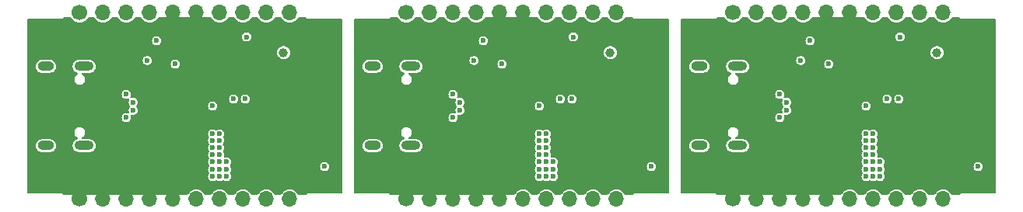
<source format=gbr>
%TF.GenerationSoftware,KiCad,Pcbnew,8.0.2*%
%TF.CreationDate,2025-03-04T10:53:31+01:00*%
%TF.ProjectId,USB-C_PD_Module_PANELIZED,5553422d-435f-4504-945f-4d6f64756c65,rev?*%
%TF.SameCoordinates,Original*%
%TF.FileFunction,Copper,L2,Inr*%
%TF.FilePolarity,Positive*%
%FSLAX46Y46*%
G04 Gerber Fmt 4.6, Leading zero omitted, Abs format (unit mm)*
G04 Created by KiCad (PCBNEW 8.0.2) date 2025-03-04 10:53:31*
%MOMM*%
%LPD*%
G01*
G04 APERTURE LIST*
%TA.AperFunction,ComponentPad*%
%ADD10C,1.700000*%
%TD*%
%TA.AperFunction,ComponentPad*%
%ADD11O,1.700000X1.700000*%
%TD*%
%TA.AperFunction,ComponentPad*%
%ADD12O,2.100000X1.000000*%
%TD*%
%TA.AperFunction,ComponentPad*%
%ADD13O,1.800000X1.000000*%
%TD*%
%TA.AperFunction,ViaPad*%
%ADD14C,0.600000*%
%TD*%
%TA.AperFunction,ViaPad*%
%ADD15C,1.000000*%
%TD*%
G04 APERTURE END LIST*
D10*
%TO.N,Board_0-/Connector/FAULT*%
%TO.C,J3*%
X101510000Y-20000000D03*
D11*
%TO.N,Board_0-/Connector/FLIP*%
X104050000Y-20000000D03*
%TO.N,Board_0-/D-*%
X106590000Y-20000000D03*
%TO.N,Board_0-/D+*%
X109130000Y-20000000D03*
%TO.N,Board_0-GND*%
X111670000Y-20000000D03*
X114210000Y-20000000D03*
%TO.N,Board_0-/Connector/ISNK_FINE*%
X116750000Y-20000000D03*
%TO.N,Board_0-/Connector/ISNK_COARSE*%
X119290000Y-20000000D03*
%TO.N,Board_0-/Connector/VBUS_MAX*%
X121830000Y-20000000D03*
%TO.N,Board_0-/Connector/VBUS_MIN*%
X124370000Y-20000000D03*
%TD*%
D10*
%TO.N,Board_1-/Connector/FAULT*%
%TO.C,J3*%
X137070000Y-20000000D03*
D11*
%TO.N,Board_1-/Connector/FLIP*%
X139610000Y-20000000D03*
%TO.N,Board_1-/D-*%
X142150000Y-20000000D03*
%TO.N,Board_1-/D+*%
X144690000Y-20000000D03*
%TO.N,Board_1-GND*%
X147230000Y-20000000D03*
X149770000Y-20000000D03*
%TO.N,Board_1-/Connector/ISNK_FINE*%
X152310000Y-20000000D03*
%TO.N,Board_1-/Connector/ISNK_COARSE*%
X154850000Y-20000000D03*
%TO.N,Board_1-/Connector/VBUS_MAX*%
X157390000Y-20000000D03*
%TO.N,Board_1-/Connector/VBUS_MIN*%
X159930000Y-20000000D03*
%TD*%
D10*
%TO.N,Board_0-GND*%
%TO.C,J2*%
X101515000Y-40320000D03*
D11*
X104055000Y-40320000D03*
X106595000Y-40320000D03*
X109135000Y-40320000D03*
X111675000Y-40320000D03*
%TO.N,Board_0-VBUSOUT*%
X114215000Y-40320000D03*
X116755000Y-40320000D03*
X119295000Y-40320000D03*
X121835000Y-40320000D03*
X124375000Y-40320000D03*
%TD*%
D12*
%TO.N,Board_0-unconnected-(J1-SHIELD-PadS1)_0*%
%TO.C,J1*%
X102010000Y-25840000D03*
D13*
%TO.N,Board_0-unconnected-(J1-SHIELD-PadS1)*%
X97830000Y-25840000D03*
D12*
%TO.N,Board_0-unconnected-(J1-SHIELD-PadS1)_2*%
X102010000Y-34480000D03*
D13*
%TO.N,Board_0-unconnected-(J1-SHIELD-PadS1)_1*%
X97830000Y-34480000D03*
%TD*%
D12*
%TO.N,Board_1-unconnected-(J1-SHIELD-PadS1)_0*%
%TO.C,J1*%
X137570000Y-25840000D03*
D13*
%TO.N,Board_1-unconnected-(J1-SHIELD-PadS1)*%
X133390000Y-25840000D03*
D12*
%TO.N,Board_1-unconnected-(J1-SHIELD-PadS1)_2*%
X137570000Y-34480000D03*
D13*
%TO.N,Board_1-unconnected-(J1-SHIELD-PadS1)_1*%
X133390000Y-34480000D03*
%TD*%
D10*
%TO.N,Board_2-GND*%
%TO.C,J2*%
X172635000Y-40320000D03*
D11*
X175175000Y-40320000D03*
X177715000Y-40320000D03*
X180255000Y-40320000D03*
X182795000Y-40320000D03*
%TO.N,Board_2-VBUSOUT*%
X185335000Y-40320000D03*
X187875000Y-40320000D03*
X190415000Y-40320000D03*
X192955000Y-40320000D03*
X195495000Y-40320000D03*
%TD*%
D12*
%TO.N,Board_2-unconnected-(J1-SHIELD-PadS1)_0*%
%TO.C,J1*%
X173130000Y-25840000D03*
D13*
%TO.N,Board_2-unconnected-(J1-SHIELD-PadS1)*%
X168950000Y-25840000D03*
D12*
%TO.N,Board_2-unconnected-(J1-SHIELD-PadS1)_2*%
X173130000Y-34480000D03*
D13*
%TO.N,Board_2-unconnected-(J1-SHIELD-PadS1)_1*%
X168950000Y-34480000D03*
%TD*%
D10*
%TO.N,Board_1-GND*%
%TO.C,J2*%
X137075000Y-40320000D03*
D11*
X139615000Y-40320000D03*
X142155000Y-40320000D03*
X144695000Y-40320000D03*
X147235000Y-40320000D03*
%TO.N,Board_1-VBUSOUT*%
X149775000Y-40320000D03*
X152315000Y-40320000D03*
X154855000Y-40320000D03*
X157395000Y-40320000D03*
X159935000Y-40320000D03*
%TD*%
D10*
%TO.N,Board_2-/Connector/FAULT*%
%TO.C,J3*%
X172630000Y-20000000D03*
D11*
%TO.N,Board_2-/Connector/FLIP*%
X175170000Y-20000000D03*
%TO.N,Board_2-/D-*%
X177710000Y-20000000D03*
%TO.N,Board_2-/D+*%
X180250000Y-20000000D03*
%TO.N,Board_2-GND*%
X182790000Y-20000000D03*
X185330000Y-20000000D03*
%TO.N,Board_2-/Connector/ISNK_FINE*%
X187870000Y-20000000D03*
%TO.N,Board_2-/Connector/ISNK_COARSE*%
X190410000Y-20000000D03*
%TO.N,Board_2-/Connector/VBUS_MAX*%
X192950000Y-20000000D03*
%TO.N,Board_2-/Connector/VBUS_MIN*%
X195490000Y-20000000D03*
%TD*%
D14*
%TO.N,Board_0-+3V3*%
X109892000Y-23048000D03*
D15*
X123704321Y-24343587D03*
D14*
%TO.N,Board_0-/Connector/FAULT*%
X111923980Y-25588000D03*
X108876000Y-25207000D03*
%TO.N,Board_0-/D+*%
X107352000Y-30615997D03*
%TO.N,Board_0-/D-*%
X107352000Y-29765997D03*
%TO.N,Board_0-/Main Sheet/VBUS_FET_EN*%
X128180000Y-36764000D03*
X119672500Y-22632800D03*
%TO.N,Board_0-/USB-C Connector and Protection/CC1*%
X119544000Y-29398000D03*
X106590000Y-28890000D03*
%TO.N,Board_0-/USB-C Connector and Protection/CC2*%
X106590000Y-31430000D03*
X118274000Y-29397988D03*
%TO.N,Board_0-GND*%
X128180000Y-25080000D03*
X96430000Y-27620000D03*
X126148000Y-23048000D03*
X105320000Y-37780000D03*
X103796000Y-33462000D03*
X96430000Y-30160000D03*
X126910000Y-39050000D03*
X98905000Y-30160000D03*
X103796000Y-34224000D03*
X111670000Y-28890000D03*
X110400000Y-27620000D03*
X128180000Y-30160000D03*
X121068000Y-29652000D03*
X97700000Y-37780000D03*
X103796000Y-26096000D03*
X98970000Y-27620000D03*
X112940000Y-23810000D03*
X101510000Y-36510000D03*
X129450000Y-36510000D03*
X129450000Y-26350000D03*
X96430000Y-39050000D03*
X98970000Y-36510000D03*
X103796000Y-34986000D03*
X96430000Y-36510000D03*
X96430000Y-32700000D03*
X103796000Y-26858000D03*
X115480000Y-23810000D03*
X122592000Y-34732000D03*
X129450000Y-33970000D03*
X103796000Y-25334000D03*
X128180000Y-27620000D03*
X111416000Y-32827000D03*
X100240000Y-28890000D03*
X113448000Y-29652000D03*
X106285200Y-30190917D03*
X102780000Y-37780000D03*
X104050000Y-36510000D03*
X129450000Y-28890000D03*
X129450000Y-31430000D03*
X98970000Y-39050000D03*
X97700000Y-28890000D03*
X98970000Y-32700000D03*
X100240000Y-31430000D03*
X129450000Y-39050000D03*
X126910000Y-26350000D03*
X100240000Y-37780000D03*
X97700000Y-31430000D03*
X126910000Y-28890000D03*
X124116000Y-29652000D03*
X112547542Y-27493000D03*
X126148000Y-25588000D03*
D15*
X119477500Y-26168000D03*
D14*
X126148000Y-28128000D03*
X109892000Y-33208000D03*
X100748000Y-21270000D03*
%TO.N,Board_0-VBUSOUT*%
X115988000Y-37079997D03*
X116750000Y-36256000D03*
X115988000Y-36256000D03*
X116750000Y-37841997D03*
X116750000Y-37079997D03*
X116750000Y-35494000D03*
X115982500Y-30159994D03*
X117512000Y-37841997D03*
X116750000Y-34732000D03*
X116750000Y-33908003D03*
X115988000Y-37841997D03*
X115988000Y-34732000D03*
X115988000Y-33908003D03*
X117512000Y-37079997D03*
X116750000Y-33208000D03*
X115988000Y-33208000D03*
X115988000Y-35494000D03*
X117512000Y-36256000D03*
D15*
%TO.N,Board_1-+3V3*%
X159264321Y-24343587D03*
D14*
X145452000Y-23048000D03*
%TO.N,Board_1-/Connector/FAULT*%
X144436000Y-25207000D03*
X147483980Y-25588000D03*
%TO.N,Board_1-/D+*%
X142912000Y-30615997D03*
%TO.N,Board_1-/D-*%
X142912000Y-29765997D03*
%TO.N,Board_1-/Main Sheet/VBUS_FET_EN*%
X155232500Y-22632800D03*
X163740000Y-36764000D03*
%TO.N,Board_1-/USB-C Connector and Protection/CC1*%
X155104000Y-29398000D03*
X142150000Y-28890000D03*
%TO.N,Board_1-/USB-C Connector and Protection/CC2*%
X153834000Y-29397988D03*
X142150000Y-31430000D03*
%TO.N,Board_1-GND*%
X162470000Y-26350000D03*
X135800000Y-31430000D03*
X147230000Y-28890000D03*
X139356000Y-33462000D03*
X139356000Y-26858000D03*
X136308000Y-21270000D03*
X145452000Y-33208000D03*
X165010000Y-31430000D03*
X134530000Y-36510000D03*
X139356000Y-34224000D03*
X134465000Y-30160000D03*
X159676000Y-29652000D03*
X138340000Y-37780000D03*
X162470000Y-39050000D03*
X165010000Y-36510000D03*
X135800000Y-37780000D03*
X131990000Y-27620000D03*
X163740000Y-27620000D03*
X151040000Y-23810000D03*
X165010000Y-39050000D03*
X131990000Y-32700000D03*
X163740000Y-25080000D03*
X139356000Y-34986000D03*
X133260000Y-37780000D03*
X165010000Y-33970000D03*
X161708000Y-28128000D03*
X131990000Y-39050000D03*
X135800000Y-28890000D03*
X161708000Y-25588000D03*
X133260000Y-28890000D03*
X163740000Y-30160000D03*
X158152000Y-34732000D03*
X161708000Y-23048000D03*
D15*
X155037500Y-26168000D03*
D14*
X133260000Y-31430000D03*
X149008000Y-29652000D03*
X156628000Y-29652000D03*
X148500000Y-23810000D03*
X165010000Y-26350000D03*
X134530000Y-27620000D03*
X139610000Y-36510000D03*
X139356000Y-25334000D03*
X162470000Y-28890000D03*
X165010000Y-28890000D03*
X145960000Y-27620000D03*
X139356000Y-26096000D03*
X131990000Y-30160000D03*
X131990000Y-36510000D03*
X137070000Y-36510000D03*
X140880000Y-37780000D03*
X134530000Y-32700000D03*
X141845200Y-30190917D03*
X134530000Y-39050000D03*
X146976000Y-32827000D03*
X148107542Y-27493000D03*
%TO.N,Board_1-VBUSOUT*%
X153072000Y-37841997D03*
X151548000Y-33908003D03*
X152310000Y-35494000D03*
X152310000Y-37079997D03*
X152310000Y-33908003D03*
X151548000Y-34732000D03*
X152310000Y-37841997D03*
X151542500Y-30159994D03*
X152310000Y-36256000D03*
X151548000Y-33208000D03*
X151548000Y-35494000D03*
X151548000Y-37841997D03*
X151548000Y-36256000D03*
X152310000Y-33208000D03*
X151548000Y-37079997D03*
X153072000Y-36256000D03*
X152310000Y-34732000D03*
X153072000Y-37079997D03*
%TO.N,Board_2-+3V3*%
X181012000Y-23048000D03*
D15*
X194824321Y-24343587D03*
D14*
%TO.N,Board_2-/Connector/FAULT*%
X183043980Y-25588000D03*
X179996000Y-25207000D03*
%TO.N,Board_2-/D+*%
X178472000Y-30615997D03*
%TO.N,Board_2-/D-*%
X178472000Y-29765997D03*
%TO.N,Board_2-/Main Sheet/VBUS_FET_EN*%
X190792500Y-22632800D03*
X199300000Y-36764000D03*
%TO.N,Board_2-/USB-C Connector and Protection/CC1*%
X190664000Y-29398000D03*
X177710000Y-28890000D03*
%TO.N,Board_2-/USB-C Connector and Protection/CC2*%
X189394000Y-29397988D03*
X177710000Y-31430000D03*
%TO.N,Board_2-GND*%
X181012000Y-33208000D03*
X167550000Y-27620000D03*
X174916000Y-34224000D03*
X167550000Y-30160000D03*
X200570000Y-39050000D03*
X200570000Y-28890000D03*
X200570000Y-26350000D03*
X167550000Y-32700000D03*
X183667542Y-27493000D03*
X199300000Y-30160000D03*
X168820000Y-37780000D03*
X171360000Y-28890000D03*
X168820000Y-28890000D03*
X193712000Y-34732000D03*
X174916000Y-34986000D03*
X182536000Y-32827000D03*
X167550000Y-36510000D03*
X171868000Y-21270000D03*
X174916000Y-33462000D03*
X182790000Y-28890000D03*
X200570000Y-36510000D03*
D15*
X190597500Y-26168000D03*
D14*
X170090000Y-39050000D03*
X199300000Y-27620000D03*
X184060000Y-23810000D03*
X173900000Y-37780000D03*
X186600000Y-23810000D03*
X184568000Y-29652000D03*
X170025000Y-30160000D03*
X200570000Y-31430000D03*
X170090000Y-27620000D03*
X177405200Y-30190917D03*
X170090000Y-36510000D03*
X171360000Y-37780000D03*
X168820000Y-31430000D03*
X181520000Y-27620000D03*
X198030000Y-28890000D03*
X197268000Y-25588000D03*
X198030000Y-39050000D03*
X192188000Y-29652000D03*
X197268000Y-23048000D03*
X200570000Y-33970000D03*
X195236000Y-29652000D03*
X167550000Y-39050000D03*
X174916000Y-26858000D03*
X172630000Y-36510000D03*
X174916000Y-25334000D03*
X176440000Y-37780000D03*
X199300000Y-25080000D03*
X198030000Y-26350000D03*
X175170000Y-36510000D03*
X171360000Y-31430000D03*
X174916000Y-26096000D03*
X197268000Y-28128000D03*
X170090000Y-32700000D03*
%TO.N,Board_2-VBUSOUT*%
X187870000Y-37079997D03*
X187870000Y-35494000D03*
X188632000Y-37079997D03*
X187870000Y-37841997D03*
X187108000Y-37079997D03*
X187108000Y-36256000D03*
X187102500Y-30159994D03*
X187870000Y-34732000D03*
X187870000Y-33208000D03*
X187108000Y-37841997D03*
X187870000Y-36256000D03*
X188632000Y-37841997D03*
X187108000Y-35494000D03*
X188632000Y-36256000D03*
X187108000Y-33908003D03*
X187108000Y-34732000D03*
X187870000Y-33908003D03*
X187108000Y-33208000D03*
%TD*%
%TA.AperFunction,Conductor*%
%TO.N,Board_1-GND*%
G36*
X136139090Y-20520185D02*
G01*
X136181408Y-20566045D01*
X136192315Y-20586451D01*
X136323589Y-20746410D01*
X136420209Y-20825702D01*
X136483550Y-20877685D01*
X136666046Y-20975232D01*
X136864066Y-21035300D01*
X136864065Y-21035300D01*
X136882529Y-21037118D01*
X137070000Y-21055583D01*
X137275934Y-21035300D01*
X137473954Y-20975232D01*
X137656450Y-20877685D01*
X137816410Y-20746410D01*
X137947685Y-20586450D01*
X137958592Y-20566045D01*
X138007555Y-20516202D01*
X138067949Y-20500500D01*
X138612051Y-20500500D01*
X138679090Y-20520185D01*
X138721408Y-20566045D01*
X138732315Y-20586451D01*
X138863589Y-20746410D01*
X138960209Y-20825702D01*
X139023550Y-20877685D01*
X139206046Y-20975232D01*
X139404066Y-21035300D01*
X139404065Y-21035300D01*
X139422529Y-21037118D01*
X139610000Y-21055583D01*
X139815934Y-21035300D01*
X140013954Y-20975232D01*
X140196450Y-20877685D01*
X140356410Y-20746410D01*
X140487685Y-20586450D01*
X140498592Y-20566045D01*
X140547555Y-20516202D01*
X140607949Y-20500500D01*
X141152051Y-20500500D01*
X141219090Y-20520185D01*
X141261408Y-20566045D01*
X141272315Y-20586451D01*
X141403589Y-20746410D01*
X141500209Y-20825702D01*
X141563550Y-20877685D01*
X141746046Y-20975232D01*
X141944066Y-21035300D01*
X141944065Y-21035300D01*
X141962529Y-21037118D01*
X142150000Y-21055583D01*
X142355934Y-21035300D01*
X142553954Y-20975232D01*
X142736450Y-20877685D01*
X142896410Y-20746410D01*
X143027685Y-20586450D01*
X143038592Y-20566045D01*
X143087555Y-20516202D01*
X143147949Y-20500500D01*
X143692051Y-20500500D01*
X143759090Y-20520185D01*
X143801408Y-20566045D01*
X143812315Y-20586451D01*
X143943589Y-20746410D01*
X144040209Y-20825702D01*
X144103550Y-20877685D01*
X144286046Y-20975232D01*
X144484066Y-21035300D01*
X144484065Y-21035300D01*
X144502529Y-21037118D01*
X144690000Y-21055583D01*
X144895934Y-21035300D01*
X145093954Y-20975232D01*
X145276450Y-20877685D01*
X145436410Y-20746410D01*
X145567685Y-20586450D01*
X145578592Y-20566045D01*
X145627555Y-20516202D01*
X145687949Y-20500500D01*
X151312051Y-20500500D01*
X151379090Y-20520185D01*
X151421408Y-20566045D01*
X151432315Y-20586451D01*
X151563589Y-20746410D01*
X151660209Y-20825702D01*
X151723550Y-20877685D01*
X151906046Y-20975232D01*
X152104066Y-21035300D01*
X152104065Y-21035300D01*
X152122529Y-21037118D01*
X152310000Y-21055583D01*
X152515934Y-21035300D01*
X152713954Y-20975232D01*
X152896450Y-20877685D01*
X153056410Y-20746410D01*
X153187685Y-20586450D01*
X153198592Y-20566045D01*
X153247555Y-20516202D01*
X153307949Y-20500500D01*
X153852051Y-20500500D01*
X153919090Y-20520185D01*
X153961408Y-20566045D01*
X153972315Y-20586451D01*
X154103589Y-20746410D01*
X154200209Y-20825702D01*
X154263550Y-20877685D01*
X154446046Y-20975232D01*
X154644066Y-21035300D01*
X154644065Y-21035300D01*
X154662529Y-21037118D01*
X154850000Y-21055583D01*
X155055934Y-21035300D01*
X155253954Y-20975232D01*
X155436450Y-20877685D01*
X155596410Y-20746410D01*
X155727685Y-20586450D01*
X155738592Y-20566045D01*
X155787555Y-20516202D01*
X155847949Y-20500500D01*
X156392051Y-20500500D01*
X156459090Y-20520185D01*
X156501408Y-20566045D01*
X156512315Y-20586451D01*
X156643589Y-20746410D01*
X156740209Y-20825702D01*
X156803550Y-20877685D01*
X156986046Y-20975232D01*
X157184066Y-21035300D01*
X157184065Y-21035300D01*
X157202529Y-21037118D01*
X157390000Y-21055583D01*
X157595934Y-21035300D01*
X157793954Y-20975232D01*
X157976450Y-20877685D01*
X158136410Y-20746410D01*
X158267685Y-20586450D01*
X158278592Y-20566045D01*
X158327555Y-20516202D01*
X158387949Y-20500500D01*
X158932051Y-20500500D01*
X158999090Y-20520185D01*
X159041408Y-20566045D01*
X159052315Y-20586451D01*
X159183589Y-20746410D01*
X159280209Y-20825702D01*
X159343550Y-20877685D01*
X159526046Y-20975232D01*
X159724066Y-21035300D01*
X159724065Y-21035300D01*
X159742529Y-21037118D01*
X159930000Y-21055583D01*
X160135934Y-21035300D01*
X160333954Y-20975232D01*
X160516450Y-20877685D01*
X160676410Y-20746410D01*
X160807685Y-20586450D01*
X160818592Y-20566045D01*
X160867555Y-20516202D01*
X160927949Y-20500500D01*
X161649138Y-20500500D01*
X161716177Y-20520185D01*
X161736819Y-20536819D01*
X161835000Y-20635000D01*
X165521000Y-20635000D01*
X165588039Y-20654685D01*
X165633794Y-20707489D01*
X165645000Y-20759000D01*
X165645000Y-39561000D01*
X165625315Y-39628039D01*
X165572511Y-39673794D01*
X165521000Y-39685000D01*
X161834999Y-39685000D01*
X161736819Y-39783181D01*
X161675496Y-39816666D01*
X161649138Y-39819500D01*
X160932949Y-39819500D01*
X160865910Y-39799815D01*
X160823592Y-39753955D01*
X160812684Y-39733548D01*
X160681410Y-39573589D01*
X160521452Y-39442317D01*
X160521453Y-39442317D01*
X160521450Y-39442315D01*
X160338954Y-39344768D01*
X160140934Y-39284700D01*
X160140932Y-39284699D01*
X160140934Y-39284699D01*
X159935000Y-39264417D01*
X159729067Y-39284699D01*
X159531043Y-39344769D01*
X159420898Y-39403643D01*
X159348550Y-39442315D01*
X159348548Y-39442316D01*
X159348547Y-39442317D01*
X159188589Y-39573589D01*
X159057315Y-39733548D01*
X159046408Y-39753955D01*
X158997445Y-39803798D01*
X158937051Y-39819500D01*
X158392949Y-39819500D01*
X158325910Y-39799815D01*
X158283592Y-39753955D01*
X158272684Y-39733548D01*
X158141410Y-39573589D01*
X157981452Y-39442317D01*
X157981453Y-39442317D01*
X157981450Y-39442315D01*
X157798954Y-39344768D01*
X157600934Y-39284700D01*
X157600932Y-39284699D01*
X157600934Y-39284699D01*
X157395000Y-39264417D01*
X157189067Y-39284699D01*
X156991043Y-39344769D01*
X156880898Y-39403643D01*
X156808550Y-39442315D01*
X156808548Y-39442316D01*
X156808547Y-39442317D01*
X156648589Y-39573589D01*
X156517315Y-39733548D01*
X156506408Y-39753955D01*
X156457445Y-39803798D01*
X156397051Y-39819500D01*
X155852949Y-39819500D01*
X155785910Y-39799815D01*
X155743592Y-39753955D01*
X155732684Y-39733548D01*
X155601410Y-39573589D01*
X155441452Y-39442317D01*
X155441453Y-39442317D01*
X155441450Y-39442315D01*
X155258954Y-39344768D01*
X155060934Y-39284700D01*
X155060932Y-39284699D01*
X155060934Y-39284699D01*
X154855000Y-39264417D01*
X154649067Y-39284699D01*
X154451043Y-39344769D01*
X154340898Y-39403643D01*
X154268550Y-39442315D01*
X154268548Y-39442316D01*
X154268547Y-39442317D01*
X154108589Y-39573589D01*
X153977315Y-39733548D01*
X153966408Y-39753955D01*
X153917445Y-39803798D01*
X153857051Y-39819500D01*
X153312949Y-39819500D01*
X153245910Y-39799815D01*
X153203592Y-39753955D01*
X153192684Y-39733548D01*
X153061410Y-39573589D01*
X152901452Y-39442317D01*
X152901453Y-39442317D01*
X152901450Y-39442315D01*
X152718954Y-39344768D01*
X152520934Y-39284700D01*
X152520932Y-39284699D01*
X152520934Y-39284699D01*
X152315000Y-39264417D01*
X152109067Y-39284699D01*
X151911043Y-39344769D01*
X151800898Y-39403643D01*
X151728550Y-39442315D01*
X151728548Y-39442316D01*
X151728547Y-39442317D01*
X151568589Y-39573589D01*
X151437315Y-39733548D01*
X151426408Y-39753955D01*
X151377445Y-39803798D01*
X151317051Y-39819500D01*
X150772949Y-39819500D01*
X150705910Y-39799815D01*
X150663592Y-39753955D01*
X150652684Y-39733548D01*
X150521410Y-39573589D01*
X150361452Y-39442317D01*
X150361453Y-39442317D01*
X150361450Y-39442315D01*
X150178954Y-39344768D01*
X149980934Y-39284700D01*
X149980932Y-39284699D01*
X149980934Y-39284699D01*
X149775000Y-39264417D01*
X149569067Y-39284699D01*
X149371043Y-39344769D01*
X149260898Y-39403643D01*
X149188550Y-39442315D01*
X149188548Y-39442316D01*
X149188547Y-39442317D01*
X149028589Y-39573589D01*
X148897315Y-39733548D01*
X148886408Y-39753955D01*
X148837445Y-39803798D01*
X148777051Y-39819500D01*
X135350862Y-39819500D01*
X135283823Y-39799815D01*
X135263181Y-39783181D01*
X135165000Y-39685000D01*
X131479000Y-39685000D01*
X131411961Y-39665315D01*
X131366206Y-39612511D01*
X131355000Y-39561000D01*
X131355000Y-34548995D01*
X132289499Y-34548995D01*
X132316418Y-34684322D01*
X132316421Y-34684332D01*
X132369221Y-34811804D01*
X132369228Y-34811817D01*
X132445885Y-34926541D01*
X132445888Y-34926545D01*
X132543454Y-35024111D01*
X132543458Y-35024114D01*
X132658182Y-35100771D01*
X132658195Y-35100778D01*
X132785667Y-35153578D01*
X132785672Y-35153580D01*
X132785676Y-35153580D01*
X132785677Y-35153581D01*
X132921004Y-35180500D01*
X132921007Y-35180500D01*
X133858995Y-35180500D01*
X133950041Y-35162389D01*
X133994328Y-35153580D01*
X134121811Y-35100775D01*
X134236542Y-35024114D01*
X134334114Y-34926542D01*
X134410775Y-34811811D01*
X134463580Y-34684328D01*
X134490500Y-34548995D01*
X136319499Y-34548995D01*
X136346418Y-34684322D01*
X136346421Y-34684332D01*
X136399221Y-34811804D01*
X136399228Y-34811817D01*
X136475885Y-34926541D01*
X136475888Y-34926545D01*
X136573454Y-35024111D01*
X136573458Y-35024114D01*
X136688182Y-35100771D01*
X136688195Y-35100778D01*
X136815667Y-35153578D01*
X136815672Y-35153580D01*
X136815676Y-35153580D01*
X136815677Y-35153581D01*
X136951004Y-35180500D01*
X136951007Y-35180500D01*
X138188995Y-35180500D01*
X138280041Y-35162389D01*
X138324328Y-35153580D01*
X138451811Y-35100775D01*
X138566542Y-35024114D01*
X138664114Y-34926542D01*
X138740775Y-34811811D01*
X138793580Y-34684328D01*
X138820500Y-34548993D01*
X138820500Y-34411007D01*
X138820500Y-34411004D01*
X138793581Y-34275677D01*
X138793580Y-34275676D01*
X138793580Y-34275672D01*
X138778307Y-34238799D01*
X138740778Y-34148195D01*
X138740771Y-34148182D01*
X138664114Y-34033458D01*
X138664111Y-34033454D01*
X138566545Y-33935888D01*
X138566541Y-33935885D01*
X138451817Y-33859228D01*
X138451804Y-33859221D01*
X138324332Y-33806421D01*
X138324322Y-33806418D01*
X138188995Y-33779500D01*
X138188993Y-33779500D01*
X137420244Y-33779500D01*
X137353205Y-33759815D01*
X137307450Y-33707011D01*
X137297506Y-33637853D01*
X137326531Y-33574297D01*
X137358244Y-33548113D01*
X137385135Y-33532587D01*
X137423365Y-33510515D01*
X137530515Y-33403365D01*
X137606281Y-33272135D01*
X137623466Y-33208000D01*
X151042353Y-33208000D01*
X151062834Y-33350456D01*
X151122622Y-33481371D01*
X151127418Y-33488834D01*
X151124895Y-33490455D01*
X151147683Y-33540351D01*
X151137741Y-33609510D01*
X151126694Y-33626703D01*
X151127418Y-33627169D01*
X151122622Y-33634631D01*
X151062834Y-33765546D01*
X151042353Y-33908003D01*
X151062834Y-34050459D01*
X151122622Y-34181374D01*
X151122625Y-34181380D01*
X151172379Y-34238799D01*
X151201404Y-34302355D01*
X151191460Y-34371513D01*
X151172380Y-34401202D01*
X151122625Y-34458623D01*
X151122622Y-34458628D01*
X151062834Y-34589543D01*
X151042353Y-34732000D01*
X151062834Y-34874456D01*
X151122622Y-35005371D01*
X151122623Y-35005373D01*
X151145520Y-35031798D01*
X151174544Y-35095354D01*
X151164600Y-35164513D01*
X151145520Y-35194202D01*
X151122623Y-35220626D01*
X151122622Y-35220628D01*
X151062834Y-35351543D01*
X151042353Y-35494000D01*
X151062834Y-35636456D01*
X151122622Y-35767371D01*
X151122623Y-35767373D01*
X151145520Y-35793798D01*
X151174544Y-35857354D01*
X151164600Y-35926513D01*
X151145520Y-35956202D01*
X151122623Y-35982626D01*
X151122622Y-35982628D01*
X151062834Y-36113543D01*
X151042353Y-36256000D01*
X151062834Y-36398456D01*
X151122622Y-36529371D01*
X151122625Y-36529377D01*
X151172379Y-36586796D01*
X151201404Y-36650352D01*
X151191460Y-36719510D01*
X151172380Y-36749199D01*
X151122625Y-36806620D01*
X151122622Y-36806625D01*
X151062834Y-36937540D01*
X151042353Y-37079997D01*
X151062834Y-37222453D01*
X151122622Y-37353368D01*
X151122623Y-37353370D01*
X151145520Y-37379795D01*
X151174544Y-37443351D01*
X151164600Y-37512510D01*
X151145520Y-37542199D01*
X151122623Y-37568623D01*
X151122622Y-37568625D01*
X151062834Y-37699540D01*
X151042353Y-37841997D01*
X151062834Y-37984453D01*
X151122622Y-38115368D01*
X151122623Y-38115370D01*
X151216872Y-38224140D01*
X151337947Y-38301950D01*
X151337950Y-38301951D01*
X151337949Y-38301951D01*
X151476036Y-38342496D01*
X151476038Y-38342497D01*
X151476039Y-38342497D01*
X151619962Y-38342497D01*
X151619962Y-38342496D01*
X151758053Y-38301950D01*
X151861960Y-38235172D01*
X151929000Y-38215488D01*
X151996039Y-38235173D01*
X151996040Y-38235173D01*
X152099947Y-38301950D01*
X152099948Y-38301950D01*
X152099949Y-38301951D01*
X152238036Y-38342496D01*
X152238038Y-38342497D01*
X152238039Y-38342497D01*
X152381962Y-38342497D01*
X152381962Y-38342496D01*
X152520053Y-38301950D01*
X152623960Y-38235172D01*
X152691000Y-38215488D01*
X152758039Y-38235173D01*
X152758040Y-38235173D01*
X152861947Y-38301950D01*
X152861948Y-38301950D01*
X152861949Y-38301951D01*
X153000036Y-38342496D01*
X153000038Y-38342497D01*
X153000039Y-38342497D01*
X153143962Y-38342497D01*
X153143962Y-38342496D01*
X153282053Y-38301950D01*
X153403128Y-38224140D01*
X153497377Y-38115370D01*
X153557165Y-37984454D01*
X153577647Y-37841997D01*
X153557165Y-37699540D01*
X153497377Y-37568624D01*
X153474479Y-37542198D01*
X153445455Y-37478645D01*
X153455398Y-37409486D01*
X153474478Y-37379796D01*
X153497377Y-37353370D01*
X153557165Y-37222454D01*
X153577647Y-37079997D01*
X153557165Y-36937540D01*
X153497377Y-36806624D01*
X153497375Y-36806622D01*
X153497374Y-36806619D01*
X153460444Y-36764000D01*
X163234353Y-36764000D01*
X163254834Y-36906456D01*
X163269030Y-36937540D01*
X163314623Y-37037373D01*
X163408872Y-37146143D01*
X163529947Y-37223953D01*
X163529950Y-37223954D01*
X163529949Y-37223954D01*
X163668036Y-37264499D01*
X163668038Y-37264500D01*
X163668039Y-37264500D01*
X163811962Y-37264500D01*
X163811962Y-37264499D01*
X163950053Y-37223953D01*
X164071128Y-37146143D01*
X164165377Y-37037373D01*
X164225165Y-36906457D01*
X164245647Y-36764000D01*
X164225165Y-36621543D01*
X164165377Y-36490627D01*
X164071128Y-36381857D01*
X163950053Y-36304047D01*
X163950051Y-36304046D01*
X163950049Y-36304045D01*
X163950050Y-36304045D01*
X163811963Y-36263500D01*
X163811961Y-36263500D01*
X163668039Y-36263500D01*
X163668036Y-36263500D01*
X163529949Y-36304045D01*
X163408873Y-36381856D01*
X163314623Y-36490626D01*
X163314622Y-36490628D01*
X163254834Y-36621543D01*
X163234353Y-36764000D01*
X153460444Y-36764000D01*
X153447620Y-36749200D01*
X153418595Y-36685644D01*
X153428539Y-36616486D01*
X153447617Y-36586799D01*
X153497377Y-36529373D01*
X153557165Y-36398457D01*
X153577647Y-36256000D01*
X153557165Y-36113543D01*
X153497377Y-35982627D01*
X153403128Y-35873857D01*
X153282053Y-35796047D01*
X153282051Y-35796046D01*
X153282049Y-35796045D01*
X153282050Y-35796045D01*
X153143963Y-35755500D01*
X153143961Y-35755500D01*
X153000039Y-35755500D01*
X153000038Y-35755500D01*
X152953393Y-35769195D01*
X152883523Y-35769193D01*
X152824746Y-35731418D01*
X152795723Y-35667861D01*
X152795723Y-35632575D01*
X152815647Y-35494000D01*
X152795165Y-35351543D01*
X152735377Y-35220627D01*
X152712479Y-35194201D01*
X152683455Y-35130648D01*
X152693398Y-35061489D01*
X152712478Y-35031799D01*
X152735377Y-35005373D01*
X152795165Y-34874457D01*
X152815647Y-34732000D01*
X152795165Y-34589543D01*
X152735377Y-34458627D01*
X152735375Y-34458625D01*
X152735374Y-34458622D01*
X152685620Y-34401203D01*
X152656595Y-34337647D01*
X152666539Y-34268489D01*
X152685617Y-34238802D01*
X152735377Y-34181376D01*
X152795165Y-34050460D01*
X152815647Y-33908003D01*
X152795165Y-33765546D01*
X152735377Y-33634630D01*
X152735374Y-33634627D01*
X152730582Y-33627169D01*
X152733104Y-33625547D01*
X152710316Y-33575655D01*
X152720256Y-33506496D01*
X152731309Y-33489300D01*
X152730582Y-33488833D01*
X152735368Y-33481382D01*
X152735377Y-33481373D01*
X152795165Y-33350457D01*
X152815647Y-33208000D01*
X152795165Y-33065543D01*
X152735377Y-32934627D01*
X152641128Y-32825857D01*
X152520053Y-32748047D01*
X152520051Y-32748046D01*
X152520049Y-32748045D01*
X152520050Y-32748045D01*
X152381963Y-32707500D01*
X152381961Y-32707500D01*
X152238039Y-32707500D01*
X152238036Y-32707500D01*
X152099949Y-32748045D01*
X151996039Y-32814824D01*
X151928999Y-32834508D01*
X151861961Y-32814824D01*
X151758050Y-32748045D01*
X151619963Y-32707500D01*
X151619961Y-32707500D01*
X151476039Y-32707500D01*
X151476036Y-32707500D01*
X151337949Y-32748045D01*
X151216873Y-32825856D01*
X151122623Y-32934626D01*
X151122622Y-32934628D01*
X151062834Y-33065543D01*
X151042353Y-33208000D01*
X137623466Y-33208000D01*
X137645500Y-33125766D01*
X137645500Y-32974234D01*
X137606281Y-32827865D01*
X137530515Y-32696635D01*
X137423365Y-32589485D01*
X137357750Y-32551602D01*
X137292136Y-32513719D01*
X137218950Y-32494109D01*
X137145766Y-32474500D01*
X136994234Y-32474500D01*
X136847863Y-32513719D01*
X136716635Y-32589485D01*
X136716632Y-32589487D01*
X136609487Y-32696632D01*
X136609485Y-32696635D01*
X136533719Y-32827863D01*
X136494500Y-32974234D01*
X136494500Y-33125765D01*
X136533719Y-33272136D01*
X136571602Y-33337750D01*
X136609485Y-33403365D01*
X136716635Y-33510515D01*
X136716636Y-33510516D01*
X136716638Y-33510517D01*
X136839024Y-33581177D01*
X136887240Y-33631744D01*
X136900462Y-33700351D01*
X136874494Y-33765216D01*
X136820981Y-33803321D01*
X136821299Y-33804089D01*
X136817964Y-33805470D01*
X136817580Y-33805744D01*
X136816300Y-33806159D01*
X136688195Y-33859221D01*
X136688182Y-33859228D01*
X136573458Y-33935885D01*
X136573454Y-33935888D01*
X136475888Y-34033454D01*
X136475885Y-34033458D01*
X136399228Y-34148182D01*
X136399221Y-34148195D01*
X136346421Y-34275667D01*
X136346418Y-34275677D01*
X136319500Y-34411004D01*
X136319500Y-34411007D01*
X136319500Y-34548993D01*
X136319500Y-34548995D01*
X136319499Y-34548995D01*
X134490500Y-34548995D01*
X134490500Y-34548993D01*
X134490500Y-34411007D01*
X134490500Y-34411004D01*
X134463581Y-34275677D01*
X134463580Y-34275676D01*
X134463580Y-34275672D01*
X134448307Y-34238799D01*
X134410778Y-34148195D01*
X134410771Y-34148182D01*
X134334114Y-34033458D01*
X134334111Y-34033454D01*
X134236545Y-33935888D01*
X134236541Y-33935885D01*
X134121817Y-33859228D01*
X134121804Y-33859221D01*
X133994332Y-33806421D01*
X133994322Y-33806418D01*
X133858995Y-33779500D01*
X133858993Y-33779500D01*
X132921007Y-33779500D01*
X132921005Y-33779500D01*
X132785677Y-33806418D01*
X132785667Y-33806421D01*
X132658195Y-33859221D01*
X132658182Y-33859228D01*
X132543458Y-33935885D01*
X132543454Y-33935888D01*
X132445888Y-34033454D01*
X132445885Y-34033458D01*
X132369228Y-34148182D01*
X132369221Y-34148195D01*
X132316421Y-34275667D01*
X132316418Y-34275677D01*
X132289500Y-34411004D01*
X132289500Y-34411007D01*
X132289500Y-34548993D01*
X132289500Y-34548995D01*
X132289499Y-34548995D01*
X131355000Y-34548995D01*
X131355000Y-28890000D01*
X141644353Y-28890000D01*
X141664834Y-29032456D01*
X141724622Y-29163371D01*
X141724623Y-29163373D01*
X141818872Y-29272143D01*
X141939947Y-29349953D01*
X141939950Y-29349954D01*
X141939949Y-29349954D01*
X142078036Y-29390499D01*
X142078038Y-29390500D01*
X142078039Y-29390500D01*
X142221961Y-29390500D01*
X142320945Y-29361436D01*
X142390815Y-29361436D01*
X142449593Y-29399210D01*
X142478618Y-29462766D01*
X142468674Y-29531924D01*
X142426835Y-29623538D01*
X142426834Y-29623539D01*
X142406353Y-29765997D01*
X142426834Y-29908453D01*
X142476652Y-30017537D01*
X142486623Y-30039370D01*
X142539697Y-30100621D01*
X142547646Y-30109795D01*
X142576670Y-30173351D01*
X142566726Y-30242509D01*
X142547646Y-30272199D01*
X142486623Y-30342624D01*
X142486622Y-30342625D01*
X142426834Y-30473540D01*
X142406353Y-30615997D01*
X142426834Y-30758453D01*
X142435978Y-30778474D01*
X142445922Y-30847633D01*
X142416897Y-30911188D01*
X142358119Y-30948963D01*
X142288250Y-30948963D01*
X142221964Y-30929500D01*
X142221961Y-30929500D01*
X142078039Y-30929500D01*
X142078036Y-30929500D01*
X141939949Y-30970045D01*
X141818873Y-31047856D01*
X141724623Y-31156626D01*
X141724622Y-31156628D01*
X141664834Y-31287543D01*
X141644353Y-31430000D01*
X141664834Y-31572456D01*
X141724622Y-31703371D01*
X141724623Y-31703373D01*
X141818872Y-31812143D01*
X141939947Y-31889953D01*
X141939950Y-31889954D01*
X141939949Y-31889954D01*
X142078036Y-31930499D01*
X142078038Y-31930500D01*
X142078039Y-31930500D01*
X142221962Y-31930500D01*
X142221962Y-31930499D01*
X142360053Y-31889953D01*
X142481128Y-31812143D01*
X142575377Y-31703373D01*
X142635165Y-31572457D01*
X142655647Y-31430000D01*
X142635165Y-31287543D01*
X142626021Y-31267522D01*
X142616077Y-31198365D01*
X142645101Y-31134809D01*
X142703878Y-31097034D01*
X142773746Y-31097032D01*
X142773750Y-31097033D01*
X142840038Y-31116497D01*
X142840039Y-31116497D01*
X142983962Y-31116497D01*
X142983962Y-31116496D01*
X143122053Y-31075950D01*
X143243128Y-30998140D01*
X143337377Y-30889370D01*
X143397165Y-30758454D01*
X143417647Y-30615997D01*
X143397165Y-30473540D01*
X143337377Y-30342624D01*
X143276353Y-30272198D01*
X143247329Y-30208644D01*
X143254324Y-30159994D01*
X151036853Y-30159994D01*
X151057334Y-30302450D01*
X151075682Y-30342625D01*
X151117123Y-30433367D01*
X151211372Y-30542137D01*
X151332447Y-30619947D01*
X151332450Y-30619948D01*
X151332449Y-30619948D01*
X151470536Y-30660493D01*
X151470538Y-30660494D01*
X151470539Y-30660494D01*
X151614462Y-30660494D01*
X151614462Y-30660493D01*
X151752553Y-30619947D01*
X151873628Y-30542137D01*
X151967877Y-30433367D01*
X152027665Y-30302451D01*
X152048147Y-30159994D01*
X152027665Y-30017537D01*
X151967877Y-29886621D01*
X151873628Y-29777851D01*
X151752553Y-29700041D01*
X151752551Y-29700040D01*
X151752549Y-29700039D01*
X151752550Y-29700039D01*
X151614463Y-29659494D01*
X151614461Y-29659494D01*
X151470539Y-29659494D01*
X151470536Y-29659494D01*
X151332449Y-29700039D01*
X151211373Y-29777850D01*
X151117123Y-29886620D01*
X151117122Y-29886622D01*
X151057334Y-30017537D01*
X151036853Y-30159994D01*
X143254324Y-30159994D01*
X143257273Y-30139486D01*
X143276351Y-30109797D01*
X143337377Y-30039370D01*
X143397165Y-29908454D01*
X143417647Y-29765997D01*
X143397165Y-29623540D01*
X143337377Y-29492624D01*
X143255375Y-29397988D01*
X153328353Y-29397988D01*
X153348834Y-29540444D01*
X153403203Y-29659494D01*
X153408623Y-29671361D01*
X153502872Y-29780131D01*
X153623947Y-29857941D01*
X153623950Y-29857942D01*
X153623949Y-29857942D01*
X153762036Y-29898487D01*
X153762038Y-29898488D01*
X153762039Y-29898488D01*
X153905962Y-29898488D01*
X153905962Y-29898487D01*
X154044009Y-29857954D01*
X154044050Y-29857942D01*
X154044050Y-29857941D01*
X154044053Y-29857941D01*
X154165128Y-29780131D01*
X154259377Y-29671361D01*
X154319165Y-29540445D01*
X154339645Y-29398000D01*
X154598353Y-29398000D01*
X154618834Y-29540456D01*
X154678622Y-29671371D01*
X154678623Y-29671373D01*
X154772872Y-29780143D01*
X154893947Y-29857953D01*
X154893950Y-29857954D01*
X154893949Y-29857954D01*
X154991579Y-29886620D01*
X155031998Y-29898488D01*
X155032036Y-29898499D01*
X155032038Y-29898500D01*
X155032039Y-29898500D01*
X155175962Y-29898500D01*
X155175962Y-29898499D01*
X155314053Y-29857953D01*
X155435128Y-29780143D01*
X155529377Y-29671373D01*
X155589165Y-29540457D01*
X155609647Y-29398000D01*
X155589165Y-29255543D01*
X155529377Y-29124627D01*
X155435128Y-29015857D01*
X155314053Y-28938047D01*
X155314051Y-28938046D01*
X155314049Y-28938045D01*
X155314050Y-28938045D01*
X155175963Y-28897500D01*
X155175961Y-28897500D01*
X155032039Y-28897500D01*
X155032036Y-28897500D01*
X154893949Y-28938045D01*
X154772873Y-29015856D01*
X154678623Y-29124626D01*
X154678622Y-29124628D01*
X154618834Y-29255543D01*
X154598353Y-29398000D01*
X154339645Y-29398000D01*
X154339647Y-29397988D01*
X154319165Y-29255531D01*
X154259377Y-29124615D01*
X154165128Y-29015845D01*
X154044053Y-28938035D01*
X154044051Y-28938034D01*
X154044049Y-28938033D01*
X154044050Y-28938033D01*
X153905963Y-28897488D01*
X153905961Y-28897488D01*
X153762039Y-28897488D01*
X153762036Y-28897488D01*
X153623949Y-28938033D01*
X153502873Y-29015844D01*
X153502872Y-29015844D01*
X153502872Y-29015845D01*
X153502862Y-29015857D01*
X153408623Y-29124614D01*
X153408622Y-29124616D01*
X153348834Y-29255531D01*
X153328353Y-29397988D01*
X143255375Y-29397988D01*
X143243128Y-29383854D01*
X143122053Y-29306044D01*
X143122051Y-29306043D01*
X143122049Y-29306042D01*
X143122050Y-29306042D01*
X142983963Y-29265497D01*
X142983961Y-29265497D01*
X142840039Y-29265497D01*
X142741052Y-29294561D01*
X142671183Y-29294560D01*
X142612405Y-29256785D01*
X142583381Y-29193229D01*
X142593324Y-29124074D01*
X142635165Y-29032457D01*
X142655647Y-28890000D01*
X142635165Y-28747543D01*
X142575377Y-28616627D01*
X142481128Y-28507857D01*
X142360053Y-28430047D01*
X142360051Y-28430046D01*
X142360049Y-28430045D01*
X142360050Y-28430045D01*
X142221963Y-28389500D01*
X142221961Y-28389500D01*
X142078039Y-28389500D01*
X142078036Y-28389500D01*
X141939949Y-28430045D01*
X141818873Y-28507856D01*
X141724623Y-28616626D01*
X141724622Y-28616628D01*
X141664834Y-28747543D01*
X141644353Y-28890000D01*
X131355000Y-28890000D01*
X131355000Y-25908995D01*
X132289499Y-25908995D01*
X132316418Y-26044322D01*
X132316421Y-26044332D01*
X132369221Y-26171804D01*
X132369228Y-26171817D01*
X132445885Y-26286541D01*
X132445888Y-26286545D01*
X132543454Y-26384111D01*
X132543458Y-26384114D01*
X132658182Y-26460771D01*
X132658195Y-26460778D01*
X132785667Y-26513578D01*
X132785672Y-26513580D01*
X132785676Y-26513580D01*
X132785677Y-26513581D01*
X132921004Y-26540500D01*
X132921007Y-26540500D01*
X133858995Y-26540500D01*
X133982609Y-26515911D01*
X133994328Y-26513580D01*
X134121811Y-26460775D01*
X134236542Y-26384114D01*
X134334114Y-26286542D01*
X134410775Y-26171811D01*
X134463580Y-26044328D01*
X134472389Y-26000041D01*
X134490500Y-25908995D01*
X136319499Y-25908995D01*
X136346418Y-26044322D01*
X136346421Y-26044332D01*
X136399221Y-26171804D01*
X136399228Y-26171817D01*
X136475885Y-26286541D01*
X136475888Y-26286545D01*
X136573454Y-26384111D01*
X136573458Y-26384114D01*
X136688182Y-26460771D01*
X136688195Y-26460778D01*
X136821299Y-26515911D01*
X136820550Y-26517717D01*
X136871441Y-26551052D01*
X136899911Y-26614858D01*
X136889365Y-26683927D01*
X136843152Y-26736331D01*
X136839025Y-26738822D01*
X136716635Y-26809485D01*
X136716632Y-26809487D01*
X136609487Y-26916632D01*
X136609485Y-26916635D01*
X136533719Y-27047863D01*
X136494500Y-27194234D01*
X136494500Y-27345765D01*
X136533719Y-27492136D01*
X136571602Y-27557750D01*
X136609485Y-27623365D01*
X136716635Y-27730515D01*
X136847865Y-27806281D01*
X136994234Y-27845500D01*
X136994236Y-27845500D01*
X137145764Y-27845500D01*
X137145766Y-27845500D01*
X137292135Y-27806281D01*
X137423365Y-27730515D01*
X137530515Y-27623365D01*
X137606281Y-27492135D01*
X137645500Y-27345766D01*
X137645500Y-27194234D01*
X137606281Y-27047865D01*
X137530515Y-26916635D01*
X137423365Y-26809485D01*
X137423363Y-26809484D01*
X137423361Y-26809482D01*
X137358244Y-26771887D01*
X137310028Y-26721320D01*
X137296806Y-26652713D01*
X137322774Y-26587848D01*
X137379688Y-26547320D01*
X137420244Y-26540500D01*
X138188995Y-26540500D01*
X138312609Y-26515911D01*
X138324328Y-26513580D01*
X138451811Y-26460775D01*
X138566542Y-26384114D01*
X138664114Y-26286542D01*
X138740775Y-26171811D01*
X138793580Y-26044328D01*
X138802389Y-26000041D01*
X138820500Y-25908995D01*
X138820500Y-25771004D01*
X138793581Y-25635677D01*
X138793580Y-25635676D01*
X138793580Y-25635672D01*
X138773834Y-25588000D01*
X138740778Y-25508195D01*
X138740771Y-25508182D01*
X138664114Y-25393458D01*
X138664111Y-25393454D01*
X138566545Y-25295888D01*
X138566541Y-25295885D01*
X138451817Y-25219228D01*
X138451804Y-25219221D01*
X138422300Y-25207000D01*
X143930353Y-25207000D01*
X143950834Y-25349456D01*
X143994716Y-25445543D01*
X144010623Y-25480373D01*
X144104872Y-25589143D01*
X144225947Y-25666953D01*
X144225950Y-25666954D01*
X144225949Y-25666954D01*
X144364036Y-25707499D01*
X144364038Y-25707500D01*
X144364039Y-25707500D01*
X144507962Y-25707500D01*
X144507962Y-25707499D01*
X144646053Y-25666953D01*
X144767128Y-25589143D01*
X144768118Y-25588000D01*
X146978333Y-25588000D01*
X146998814Y-25730456D01*
X147058602Y-25861371D01*
X147058603Y-25861373D01*
X147152852Y-25970143D01*
X147273927Y-26047953D01*
X147273930Y-26047954D01*
X147273929Y-26047954D01*
X147412016Y-26088499D01*
X147412018Y-26088500D01*
X147412019Y-26088500D01*
X147555942Y-26088500D01*
X147555942Y-26088499D01*
X147694033Y-26047953D01*
X147815108Y-25970143D01*
X147909357Y-25861373D01*
X147969145Y-25730457D01*
X147989627Y-25588000D01*
X147969145Y-25445543D01*
X147909357Y-25314627D01*
X147815108Y-25205857D01*
X147694033Y-25128047D01*
X147694031Y-25128046D01*
X147694029Y-25128045D01*
X147694030Y-25128045D01*
X147555943Y-25087500D01*
X147555941Y-25087500D01*
X147412019Y-25087500D01*
X147412016Y-25087500D01*
X147273929Y-25128045D01*
X147152853Y-25205856D01*
X147058603Y-25314626D01*
X147058602Y-25314628D01*
X146998814Y-25445543D01*
X146978333Y-25588000D01*
X144768118Y-25588000D01*
X144861377Y-25480373D01*
X144921165Y-25349457D01*
X144941647Y-25207000D01*
X144921165Y-25064543D01*
X144861377Y-24933627D01*
X144767128Y-24824857D01*
X144646053Y-24747047D01*
X144646051Y-24747046D01*
X144646049Y-24747045D01*
X144646050Y-24747045D01*
X144507963Y-24706500D01*
X144507961Y-24706500D01*
X144364039Y-24706500D01*
X144364036Y-24706500D01*
X144225949Y-24747045D01*
X144104873Y-24824856D01*
X144010623Y-24933626D01*
X144010622Y-24933628D01*
X143950834Y-25064543D01*
X143930353Y-25207000D01*
X138422300Y-25207000D01*
X138324332Y-25166421D01*
X138324322Y-25166418D01*
X138188995Y-25139500D01*
X138188993Y-25139500D01*
X136951007Y-25139500D01*
X136951005Y-25139500D01*
X136815677Y-25166418D01*
X136815667Y-25166421D01*
X136688195Y-25219221D01*
X136688182Y-25219228D01*
X136573458Y-25295885D01*
X136573454Y-25295888D01*
X136475888Y-25393454D01*
X136475885Y-25393458D01*
X136399228Y-25508182D01*
X136399221Y-25508195D01*
X136346421Y-25635667D01*
X136346418Y-25635677D01*
X136319500Y-25771004D01*
X136319500Y-25771007D01*
X136319500Y-25908993D01*
X136319500Y-25908995D01*
X136319499Y-25908995D01*
X134490500Y-25908995D01*
X134490500Y-25771004D01*
X134463581Y-25635677D01*
X134463580Y-25635676D01*
X134463580Y-25635672D01*
X134443834Y-25588000D01*
X134410778Y-25508195D01*
X134410771Y-25508182D01*
X134334114Y-25393458D01*
X134334111Y-25393454D01*
X134236545Y-25295888D01*
X134236541Y-25295885D01*
X134121817Y-25219228D01*
X134121804Y-25219221D01*
X133994332Y-25166421D01*
X133994322Y-25166418D01*
X133858995Y-25139500D01*
X133858993Y-25139500D01*
X132921007Y-25139500D01*
X132921005Y-25139500D01*
X132785677Y-25166418D01*
X132785667Y-25166421D01*
X132658195Y-25219221D01*
X132658182Y-25219228D01*
X132543458Y-25295885D01*
X132543454Y-25295888D01*
X132445888Y-25393454D01*
X132445885Y-25393458D01*
X132369228Y-25508182D01*
X132369221Y-25508195D01*
X132316421Y-25635667D01*
X132316418Y-25635677D01*
X132289500Y-25771004D01*
X132289500Y-25771007D01*
X132289500Y-25908993D01*
X132289500Y-25908995D01*
X132289499Y-25908995D01*
X131355000Y-25908995D01*
X131355000Y-24343587D01*
X158558676Y-24343587D01*
X158579180Y-24512456D01*
X158579181Y-24512461D01*
X158639503Y-24671518D01*
X158691638Y-24747047D01*
X158736138Y-24811516D01*
X158841826Y-24905147D01*
X158863471Y-24924323D01*
X159014094Y-25003376D01*
X159014096Y-25003377D01*
X159179265Y-25044087D01*
X159349377Y-25044087D01*
X159514546Y-25003377D01*
X159594013Y-24961668D01*
X159665170Y-24924323D01*
X159665171Y-24924321D01*
X159665173Y-24924321D01*
X159792504Y-24811516D01*
X159889139Y-24671517D01*
X159949461Y-24512459D01*
X159969966Y-24343587D01*
X159949461Y-24174715D01*
X159889139Y-24015657D01*
X159792504Y-23875658D01*
X159665173Y-23762853D01*
X159665170Y-23762850D01*
X159514547Y-23683797D01*
X159349377Y-23643087D01*
X159179265Y-23643087D01*
X159014094Y-23683797D01*
X158863471Y-23762850D01*
X158736137Y-23875659D01*
X158639503Y-24015655D01*
X158579181Y-24174712D01*
X158579180Y-24174717D01*
X158558676Y-24343587D01*
X131355000Y-24343587D01*
X131355000Y-23048000D01*
X144946353Y-23048000D01*
X144966834Y-23190456D01*
X145026622Y-23321371D01*
X145026623Y-23321373D01*
X145120872Y-23430143D01*
X145241947Y-23507953D01*
X145241950Y-23507954D01*
X145241949Y-23507954D01*
X145380036Y-23548499D01*
X145380038Y-23548500D01*
X145380039Y-23548500D01*
X145523962Y-23548500D01*
X145523962Y-23548499D01*
X145662053Y-23507953D01*
X145783128Y-23430143D01*
X145877377Y-23321373D01*
X145937165Y-23190457D01*
X145957647Y-23048000D01*
X145937165Y-22905543D01*
X145877377Y-22774627D01*
X145783128Y-22665857D01*
X145731690Y-22632800D01*
X154726853Y-22632800D01*
X154747334Y-22775256D01*
X154806835Y-22905543D01*
X154807123Y-22906173D01*
X154901372Y-23014943D01*
X155022447Y-23092753D01*
X155022450Y-23092754D01*
X155022449Y-23092754D01*
X155160536Y-23133299D01*
X155160538Y-23133300D01*
X155160539Y-23133300D01*
X155304462Y-23133300D01*
X155304462Y-23133299D01*
X155442553Y-23092753D01*
X155563628Y-23014943D01*
X155657877Y-22906173D01*
X155717665Y-22775257D01*
X155738147Y-22632800D01*
X155717665Y-22490343D01*
X155657877Y-22359427D01*
X155563628Y-22250657D01*
X155442553Y-22172847D01*
X155442551Y-22172846D01*
X155442549Y-22172845D01*
X155442550Y-22172845D01*
X155304463Y-22132300D01*
X155304461Y-22132300D01*
X155160539Y-22132300D01*
X155160536Y-22132300D01*
X155022449Y-22172845D01*
X154901373Y-22250656D01*
X154807123Y-22359426D01*
X154807122Y-22359428D01*
X154747334Y-22490343D01*
X154726853Y-22632800D01*
X145731690Y-22632800D01*
X145662053Y-22588047D01*
X145662051Y-22588046D01*
X145662049Y-22588045D01*
X145662050Y-22588045D01*
X145523963Y-22547500D01*
X145523961Y-22547500D01*
X145380039Y-22547500D01*
X145380036Y-22547500D01*
X145241949Y-22588045D01*
X145120873Y-22665856D01*
X145026623Y-22774626D01*
X145026622Y-22774628D01*
X144966834Y-22905543D01*
X144946353Y-23048000D01*
X131355000Y-23048000D01*
X131355000Y-20759000D01*
X131374685Y-20691961D01*
X131427489Y-20646206D01*
X131479000Y-20635000D01*
X135165000Y-20635000D01*
X135263181Y-20536819D01*
X135324504Y-20503334D01*
X135350862Y-20500500D01*
X136072051Y-20500500D01*
X136139090Y-20520185D01*
G37*
%TD.AperFunction*%
%TD*%
%TA.AperFunction,Conductor*%
%TO.N,Board_2-GND*%
G36*
X171699090Y-20520185D02*
G01*
X171741408Y-20566045D01*
X171752315Y-20586451D01*
X171883589Y-20746410D01*
X171980209Y-20825702D01*
X172043550Y-20877685D01*
X172226046Y-20975232D01*
X172424066Y-21035300D01*
X172424065Y-21035300D01*
X172442529Y-21037118D01*
X172630000Y-21055583D01*
X172835934Y-21035300D01*
X173033954Y-20975232D01*
X173216450Y-20877685D01*
X173376410Y-20746410D01*
X173507685Y-20586450D01*
X173518592Y-20566045D01*
X173567555Y-20516202D01*
X173627949Y-20500500D01*
X174172051Y-20500500D01*
X174239090Y-20520185D01*
X174281408Y-20566045D01*
X174292315Y-20586451D01*
X174423589Y-20746410D01*
X174520209Y-20825702D01*
X174583550Y-20877685D01*
X174766046Y-20975232D01*
X174964066Y-21035300D01*
X174964065Y-21035300D01*
X174982529Y-21037118D01*
X175170000Y-21055583D01*
X175375934Y-21035300D01*
X175573954Y-20975232D01*
X175756450Y-20877685D01*
X175916410Y-20746410D01*
X176047685Y-20586450D01*
X176058592Y-20566045D01*
X176107555Y-20516202D01*
X176167949Y-20500500D01*
X176712051Y-20500500D01*
X176779090Y-20520185D01*
X176821408Y-20566045D01*
X176832315Y-20586451D01*
X176963589Y-20746410D01*
X177060209Y-20825702D01*
X177123550Y-20877685D01*
X177306046Y-20975232D01*
X177504066Y-21035300D01*
X177504065Y-21035300D01*
X177522529Y-21037118D01*
X177710000Y-21055583D01*
X177915934Y-21035300D01*
X178113954Y-20975232D01*
X178296450Y-20877685D01*
X178456410Y-20746410D01*
X178587685Y-20586450D01*
X178598592Y-20566045D01*
X178647555Y-20516202D01*
X178707949Y-20500500D01*
X179252051Y-20500500D01*
X179319090Y-20520185D01*
X179361408Y-20566045D01*
X179372315Y-20586451D01*
X179503589Y-20746410D01*
X179600209Y-20825702D01*
X179663550Y-20877685D01*
X179846046Y-20975232D01*
X180044066Y-21035300D01*
X180044065Y-21035300D01*
X180062529Y-21037118D01*
X180250000Y-21055583D01*
X180455934Y-21035300D01*
X180653954Y-20975232D01*
X180836450Y-20877685D01*
X180996410Y-20746410D01*
X181127685Y-20586450D01*
X181138592Y-20566045D01*
X181187555Y-20516202D01*
X181247949Y-20500500D01*
X186872051Y-20500500D01*
X186939090Y-20520185D01*
X186981408Y-20566045D01*
X186992315Y-20586451D01*
X187123589Y-20746410D01*
X187220209Y-20825702D01*
X187283550Y-20877685D01*
X187466046Y-20975232D01*
X187664066Y-21035300D01*
X187664065Y-21035300D01*
X187682529Y-21037118D01*
X187870000Y-21055583D01*
X188075934Y-21035300D01*
X188273954Y-20975232D01*
X188456450Y-20877685D01*
X188616410Y-20746410D01*
X188747685Y-20586450D01*
X188758592Y-20566045D01*
X188807555Y-20516202D01*
X188867949Y-20500500D01*
X189412051Y-20500500D01*
X189479090Y-20520185D01*
X189521408Y-20566045D01*
X189532315Y-20586451D01*
X189663589Y-20746410D01*
X189760209Y-20825702D01*
X189823550Y-20877685D01*
X190006046Y-20975232D01*
X190204066Y-21035300D01*
X190204065Y-21035300D01*
X190222529Y-21037118D01*
X190410000Y-21055583D01*
X190615934Y-21035300D01*
X190813954Y-20975232D01*
X190996450Y-20877685D01*
X191156410Y-20746410D01*
X191287685Y-20586450D01*
X191298592Y-20566045D01*
X191347555Y-20516202D01*
X191407949Y-20500500D01*
X191952051Y-20500500D01*
X192019090Y-20520185D01*
X192061408Y-20566045D01*
X192072315Y-20586451D01*
X192203589Y-20746410D01*
X192300209Y-20825702D01*
X192363550Y-20877685D01*
X192546046Y-20975232D01*
X192744066Y-21035300D01*
X192744065Y-21035300D01*
X192762529Y-21037118D01*
X192950000Y-21055583D01*
X193155934Y-21035300D01*
X193353954Y-20975232D01*
X193536450Y-20877685D01*
X193696410Y-20746410D01*
X193827685Y-20586450D01*
X193838592Y-20566045D01*
X193887555Y-20516202D01*
X193947949Y-20500500D01*
X194492051Y-20500500D01*
X194559090Y-20520185D01*
X194601408Y-20566045D01*
X194612315Y-20586451D01*
X194743589Y-20746410D01*
X194840209Y-20825702D01*
X194903550Y-20877685D01*
X195086046Y-20975232D01*
X195284066Y-21035300D01*
X195284065Y-21035300D01*
X195302529Y-21037118D01*
X195490000Y-21055583D01*
X195695934Y-21035300D01*
X195893954Y-20975232D01*
X196076450Y-20877685D01*
X196236410Y-20746410D01*
X196367685Y-20586450D01*
X196378592Y-20566045D01*
X196427555Y-20516202D01*
X196487949Y-20500500D01*
X197209138Y-20500500D01*
X197276177Y-20520185D01*
X197296819Y-20536819D01*
X197395000Y-20635000D01*
X201081000Y-20635000D01*
X201148039Y-20654685D01*
X201193794Y-20707489D01*
X201205000Y-20759000D01*
X201205000Y-39561000D01*
X201185315Y-39628039D01*
X201132511Y-39673794D01*
X201081000Y-39685000D01*
X197394999Y-39685000D01*
X197296819Y-39783181D01*
X197235496Y-39816666D01*
X197209138Y-39819500D01*
X196492949Y-39819500D01*
X196425910Y-39799815D01*
X196383592Y-39753955D01*
X196372684Y-39733548D01*
X196241410Y-39573589D01*
X196081452Y-39442317D01*
X196081453Y-39442317D01*
X196081450Y-39442315D01*
X195898954Y-39344768D01*
X195700934Y-39284700D01*
X195700932Y-39284699D01*
X195700934Y-39284699D01*
X195495000Y-39264417D01*
X195289067Y-39284699D01*
X195091043Y-39344769D01*
X194980898Y-39403643D01*
X194908550Y-39442315D01*
X194908548Y-39442316D01*
X194908547Y-39442317D01*
X194748589Y-39573589D01*
X194617315Y-39733548D01*
X194606408Y-39753955D01*
X194557445Y-39803798D01*
X194497051Y-39819500D01*
X193952949Y-39819500D01*
X193885910Y-39799815D01*
X193843592Y-39753955D01*
X193832684Y-39733548D01*
X193701410Y-39573589D01*
X193541452Y-39442317D01*
X193541453Y-39442317D01*
X193541450Y-39442315D01*
X193358954Y-39344768D01*
X193160934Y-39284700D01*
X193160932Y-39284699D01*
X193160934Y-39284699D01*
X192955000Y-39264417D01*
X192749067Y-39284699D01*
X192551043Y-39344769D01*
X192440898Y-39403643D01*
X192368550Y-39442315D01*
X192368548Y-39442316D01*
X192368547Y-39442317D01*
X192208589Y-39573589D01*
X192077315Y-39733548D01*
X192066408Y-39753955D01*
X192017445Y-39803798D01*
X191957051Y-39819500D01*
X191412949Y-39819500D01*
X191345910Y-39799815D01*
X191303592Y-39753955D01*
X191292684Y-39733548D01*
X191161410Y-39573589D01*
X191001452Y-39442317D01*
X191001453Y-39442317D01*
X191001450Y-39442315D01*
X190818954Y-39344768D01*
X190620934Y-39284700D01*
X190620932Y-39284699D01*
X190620934Y-39284699D01*
X190415000Y-39264417D01*
X190209067Y-39284699D01*
X190011043Y-39344769D01*
X189900898Y-39403643D01*
X189828550Y-39442315D01*
X189828548Y-39442316D01*
X189828547Y-39442317D01*
X189668589Y-39573589D01*
X189537315Y-39733548D01*
X189526408Y-39753955D01*
X189477445Y-39803798D01*
X189417051Y-39819500D01*
X188872949Y-39819500D01*
X188805910Y-39799815D01*
X188763592Y-39753955D01*
X188752684Y-39733548D01*
X188621410Y-39573589D01*
X188461452Y-39442317D01*
X188461453Y-39442317D01*
X188461450Y-39442315D01*
X188278954Y-39344768D01*
X188080934Y-39284700D01*
X188080932Y-39284699D01*
X188080934Y-39284699D01*
X187875000Y-39264417D01*
X187669067Y-39284699D01*
X187471043Y-39344769D01*
X187360898Y-39403643D01*
X187288550Y-39442315D01*
X187288548Y-39442316D01*
X187288547Y-39442317D01*
X187128589Y-39573589D01*
X186997315Y-39733548D01*
X186986408Y-39753955D01*
X186937445Y-39803798D01*
X186877051Y-39819500D01*
X186332949Y-39819500D01*
X186265910Y-39799815D01*
X186223592Y-39753955D01*
X186212684Y-39733548D01*
X186081410Y-39573589D01*
X185921452Y-39442317D01*
X185921453Y-39442317D01*
X185921450Y-39442315D01*
X185738954Y-39344768D01*
X185540934Y-39284700D01*
X185540932Y-39284699D01*
X185540934Y-39284699D01*
X185335000Y-39264417D01*
X185129067Y-39284699D01*
X184931043Y-39344769D01*
X184820898Y-39403643D01*
X184748550Y-39442315D01*
X184748548Y-39442316D01*
X184748547Y-39442317D01*
X184588589Y-39573589D01*
X184457315Y-39733548D01*
X184446408Y-39753955D01*
X184397445Y-39803798D01*
X184337051Y-39819500D01*
X170910862Y-39819500D01*
X170843823Y-39799815D01*
X170823181Y-39783181D01*
X170725000Y-39685000D01*
X167039000Y-39685000D01*
X166971961Y-39665315D01*
X166926206Y-39612511D01*
X166915000Y-39561000D01*
X166915000Y-34548995D01*
X167849499Y-34548995D01*
X167876418Y-34684322D01*
X167876421Y-34684332D01*
X167929221Y-34811804D01*
X167929228Y-34811817D01*
X168005885Y-34926541D01*
X168005888Y-34926545D01*
X168103454Y-35024111D01*
X168103458Y-35024114D01*
X168218182Y-35100771D01*
X168218195Y-35100778D01*
X168345667Y-35153578D01*
X168345672Y-35153580D01*
X168345676Y-35153580D01*
X168345677Y-35153581D01*
X168481004Y-35180500D01*
X168481007Y-35180500D01*
X169418995Y-35180500D01*
X169510041Y-35162389D01*
X169554328Y-35153580D01*
X169681811Y-35100775D01*
X169796542Y-35024114D01*
X169894114Y-34926542D01*
X169970775Y-34811811D01*
X170023580Y-34684328D01*
X170050500Y-34548995D01*
X171879499Y-34548995D01*
X171906418Y-34684322D01*
X171906421Y-34684332D01*
X171959221Y-34811804D01*
X171959228Y-34811817D01*
X172035885Y-34926541D01*
X172035888Y-34926545D01*
X172133454Y-35024111D01*
X172133458Y-35024114D01*
X172248182Y-35100771D01*
X172248195Y-35100778D01*
X172375667Y-35153578D01*
X172375672Y-35153580D01*
X172375676Y-35153580D01*
X172375677Y-35153581D01*
X172511004Y-35180500D01*
X172511007Y-35180500D01*
X173748995Y-35180500D01*
X173840041Y-35162389D01*
X173884328Y-35153580D01*
X174011811Y-35100775D01*
X174126542Y-35024114D01*
X174224114Y-34926542D01*
X174300775Y-34811811D01*
X174353580Y-34684328D01*
X174380500Y-34548993D01*
X174380500Y-34411007D01*
X174380500Y-34411004D01*
X174353581Y-34275677D01*
X174353580Y-34275676D01*
X174353580Y-34275672D01*
X174338307Y-34238799D01*
X174300778Y-34148195D01*
X174300771Y-34148182D01*
X174224114Y-34033458D01*
X174224111Y-34033454D01*
X174126545Y-33935888D01*
X174126541Y-33935885D01*
X174011817Y-33859228D01*
X174011804Y-33859221D01*
X173884332Y-33806421D01*
X173884322Y-33806418D01*
X173748995Y-33779500D01*
X173748993Y-33779500D01*
X172980244Y-33779500D01*
X172913205Y-33759815D01*
X172867450Y-33707011D01*
X172857506Y-33637853D01*
X172886531Y-33574297D01*
X172918244Y-33548113D01*
X172945135Y-33532587D01*
X172983365Y-33510515D01*
X173090515Y-33403365D01*
X173166281Y-33272135D01*
X173183466Y-33208000D01*
X186602353Y-33208000D01*
X186622834Y-33350456D01*
X186682622Y-33481371D01*
X186687418Y-33488834D01*
X186684895Y-33490455D01*
X186707683Y-33540351D01*
X186697741Y-33609510D01*
X186686694Y-33626703D01*
X186687418Y-33627169D01*
X186682622Y-33634631D01*
X186622834Y-33765546D01*
X186602353Y-33908003D01*
X186622834Y-34050459D01*
X186682622Y-34181374D01*
X186682625Y-34181380D01*
X186732379Y-34238799D01*
X186761404Y-34302355D01*
X186751460Y-34371513D01*
X186732380Y-34401202D01*
X186682625Y-34458623D01*
X186682622Y-34458628D01*
X186622834Y-34589543D01*
X186602353Y-34732000D01*
X186622834Y-34874456D01*
X186682622Y-35005371D01*
X186682623Y-35005373D01*
X186705520Y-35031798D01*
X186734544Y-35095354D01*
X186724600Y-35164513D01*
X186705520Y-35194202D01*
X186682623Y-35220626D01*
X186682622Y-35220628D01*
X186622834Y-35351543D01*
X186602353Y-35494000D01*
X186622834Y-35636456D01*
X186682622Y-35767371D01*
X186682623Y-35767373D01*
X186705520Y-35793798D01*
X186734544Y-35857354D01*
X186724600Y-35926513D01*
X186705520Y-35956202D01*
X186682623Y-35982626D01*
X186682622Y-35982628D01*
X186622834Y-36113543D01*
X186602353Y-36256000D01*
X186622834Y-36398456D01*
X186682622Y-36529371D01*
X186682625Y-36529377D01*
X186732379Y-36586796D01*
X186761404Y-36650352D01*
X186751460Y-36719510D01*
X186732380Y-36749199D01*
X186682625Y-36806620D01*
X186682622Y-36806625D01*
X186622834Y-36937540D01*
X186602353Y-37079997D01*
X186622834Y-37222453D01*
X186682622Y-37353368D01*
X186682623Y-37353370D01*
X186705520Y-37379795D01*
X186734544Y-37443351D01*
X186724600Y-37512510D01*
X186705520Y-37542199D01*
X186682623Y-37568623D01*
X186682622Y-37568625D01*
X186622834Y-37699540D01*
X186602353Y-37841997D01*
X186622834Y-37984453D01*
X186682622Y-38115368D01*
X186682623Y-38115370D01*
X186776872Y-38224140D01*
X186897947Y-38301950D01*
X186897950Y-38301951D01*
X186897949Y-38301951D01*
X187036036Y-38342496D01*
X187036038Y-38342497D01*
X187036039Y-38342497D01*
X187179962Y-38342497D01*
X187179962Y-38342496D01*
X187318053Y-38301950D01*
X187421960Y-38235172D01*
X187489000Y-38215488D01*
X187556039Y-38235173D01*
X187556040Y-38235173D01*
X187659947Y-38301950D01*
X187659948Y-38301950D01*
X187659949Y-38301951D01*
X187798036Y-38342496D01*
X187798038Y-38342497D01*
X187798039Y-38342497D01*
X187941962Y-38342497D01*
X187941962Y-38342496D01*
X188080053Y-38301950D01*
X188183960Y-38235172D01*
X188251000Y-38215488D01*
X188318039Y-38235173D01*
X188318040Y-38235173D01*
X188421947Y-38301950D01*
X188421948Y-38301950D01*
X188421949Y-38301951D01*
X188560036Y-38342496D01*
X188560038Y-38342497D01*
X188560039Y-38342497D01*
X188703962Y-38342497D01*
X188703962Y-38342496D01*
X188842053Y-38301950D01*
X188963128Y-38224140D01*
X189057377Y-38115370D01*
X189117165Y-37984454D01*
X189137647Y-37841997D01*
X189117165Y-37699540D01*
X189057377Y-37568624D01*
X189034479Y-37542198D01*
X189005455Y-37478645D01*
X189015398Y-37409486D01*
X189034478Y-37379796D01*
X189057377Y-37353370D01*
X189117165Y-37222454D01*
X189137647Y-37079997D01*
X189117165Y-36937540D01*
X189057377Y-36806624D01*
X189057375Y-36806622D01*
X189057374Y-36806619D01*
X189020444Y-36764000D01*
X198794353Y-36764000D01*
X198814834Y-36906456D01*
X198829030Y-36937540D01*
X198874623Y-37037373D01*
X198968872Y-37146143D01*
X199089947Y-37223953D01*
X199089950Y-37223954D01*
X199089949Y-37223954D01*
X199228036Y-37264499D01*
X199228038Y-37264500D01*
X199228039Y-37264500D01*
X199371962Y-37264500D01*
X199371962Y-37264499D01*
X199510053Y-37223953D01*
X199631128Y-37146143D01*
X199725377Y-37037373D01*
X199785165Y-36906457D01*
X199805647Y-36764000D01*
X199785165Y-36621543D01*
X199725377Y-36490627D01*
X199631128Y-36381857D01*
X199510053Y-36304047D01*
X199510051Y-36304046D01*
X199510049Y-36304045D01*
X199510050Y-36304045D01*
X199371963Y-36263500D01*
X199371961Y-36263500D01*
X199228039Y-36263500D01*
X199228036Y-36263500D01*
X199089949Y-36304045D01*
X198968873Y-36381856D01*
X198874623Y-36490626D01*
X198874622Y-36490628D01*
X198814834Y-36621543D01*
X198794353Y-36764000D01*
X189020444Y-36764000D01*
X189007620Y-36749200D01*
X188978595Y-36685644D01*
X188988539Y-36616486D01*
X189007617Y-36586799D01*
X189057377Y-36529373D01*
X189117165Y-36398457D01*
X189137647Y-36256000D01*
X189117165Y-36113543D01*
X189057377Y-35982627D01*
X188963128Y-35873857D01*
X188842053Y-35796047D01*
X188842051Y-35796046D01*
X188842049Y-35796045D01*
X188842050Y-35796045D01*
X188703963Y-35755500D01*
X188703961Y-35755500D01*
X188560039Y-35755500D01*
X188560038Y-35755500D01*
X188513393Y-35769195D01*
X188443523Y-35769193D01*
X188384746Y-35731418D01*
X188355723Y-35667861D01*
X188355723Y-35632575D01*
X188375647Y-35494000D01*
X188355165Y-35351543D01*
X188295377Y-35220627D01*
X188272479Y-35194201D01*
X188243455Y-35130648D01*
X188253398Y-35061489D01*
X188272478Y-35031799D01*
X188295377Y-35005373D01*
X188355165Y-34874457D01*
X188375647Y-34732000D01*
X188355165Y-34589543D01*
X188295377Y-34458627D01*
X188295375Y-34458625D01*
X188295374Y-34458622D01*
X188245620Y-34401203D01*
X188216595Y-34337647D01*
X188226539Y-34268489D01*
X188245617Y-34238802D01*
X188295377Y-34181376D01*
X188355165Y-34050460D01*
X188375647Y-33908003D01*
X188355165Y-33765546D01*
X188295377Y-33634630D01*
X188295374Y-33634627D01*
X188290582Y-33627169D01*
X188293104Y-33625547D01*
X188270316Y-33575655D01*
X188280256Y-33506496D01*
X188291309Y-33489300D01*
X188290582Y-33488833D01*
X188295368Y-33481382D01*
X188295377Y-33481373D01*
X188355165Y-33350457D01*
X188375647Y-33208000D01*
X188355165Y-33065543D01*
X188295377Y-32934627D01*
X188201128Y-32825857D01*
X188080053Y-32748047D01*
X188080051Y-32748046D01*
X188080049Y-32748045D01*
X188080050Y-32748045D01*
X187941963Y-32707500D01*
X187941961Y-32707500D01*
X187798039Y-32707500D01*
X187798036Y-32707500D01*
X187659949Y-32748045D01*
X187556039Y-32814824D01*
X187488999Y-32834508D01*
X187421961Y-32814824D01*
X187318050Y-32748045D01*
X187179963Y-32707500D01*
X187179961Y-32707500D01*
X187036039Y-32707500D01*
X187036036Y-32707500D01*
X186897949Y-32748045D01*
X186776873Y-32825856D01*
X186682623Y-32934626D01*
X186682622Y-32934628D01*
X186622834Y-33065543D01*
X186602353Y-33208000D01*
X173183466Y-33208000D01*
X173205500Y-33125766D01*
X173205500Y-32974234D01*
X173166281Y-32827865D01*
X173090515Y-32696635D01*
X172983365Y-32589485D01*
X172917750Y-32551602D01*
X172852136Y-32513719D01*
X172778950Y-32494109D01*
X172705766Y-32474500D01*
X172554234Y-32474500D01*
X172407863Y-32513719D01*
X172276635Y-32589485D01*
X172276632Y-32589487D01*
X172169487Y-32696632D01*
X172169485Y-32696635D01*
X172093719Y-32827863D01*
X172054500Y-32974234D01*
X172054500Y-33125765D01*
X172093719Y-33272136D01*
X172131602Y-33337750D01*
X172169485Y-33403365D01*
X172276635Y-33510515D01*
X172276636Y-33510516D01*
X172276638Y-33510517D01*
X172399024Y-33581177D01*
X172447240Y-33631744D01*
X172460462Y-33700351D01*
X172434494Y-33765216D01*
X172380981Y-33803321D01*
X172381299Y-33804089D01*
X172377964Y-33805470D01*
X172377580Y-33805744D01*
X172376300Y-33806159D01*
X172248195Y-33859221D01*
X172248182Y-33859228D01*
X172133458Y-33935885D01*
X172133454Y-33935888D01*
X172035888Y-34033454D01*
X172035885Y-34033458D01*
X171959228Y-34148182D01*
X171959221Y-34148195D01*
X171906421Y-34275667D01*
X171906418Y-34275677D01*
X171879500Y-34411004D01*
X171879500Y-34411007D01*
X171879500Y-34548993D01*
X171879500Y-34548995D01*
X171879499Y-34548995D01*
X170050500Y-34548995D01*
X170050500Y-34548993D01*
X170050500Y-34411007D01*
X170050500Y-34411004D01*
X170023581Y-34275677D01*
X170023580Y-34275676D01*
X170023580Y-34275672D01*
X170008307Y-34238799D01*
X169970778Y-34148195D01*
X169970771Y-34148182D01*
X169894114Y-34033458D01*
X169894111Y-34033454D01*
X169796545Y-33935888D01*
X169796541Y-33935885D01*
X169681817Y-33859228D01*
X169681804Y-33859221D01*
X169554332Y-33806421D01*
X169554322Y-33806418D01*
X169418995Y-33779500D01*
X169418993Y-33779500D01*
X168481007Y-33779500D01*
X168481005Y-33779500D01*
X168345677Y-33806418D01*
X168345667Y-33806421D01*
X168218195Y-33859221D01*
X168218182Y-33859228D01*
X168103458Y-33935885D01*
X168103454Y-33935888D01*
X168005888Y-34033454D01*
X168005885Y-34033458D01*
X167929228Y-34148182D01*
X167929221Y-34148195D01*
X167876421Y-34275667D01*
X167876418Y-34275677D01*
X167849500Y-34411004D01*
X167849500Y-34411007D01*
X167849500Y-34548993D01*
X167849500Y-34548995D01*
X167849499Y-34548995D01*
X166915000Y-34548995D01*
X166915000Y-28890000D01*
X177204353Y-28890000D01*
X177224834Y-29032456D01*
X177284622Y-29163371D01*
X177284623Y-29163373D01*
X177378872Y-29272143D01*
X177499947Y-29349953D01*
X177499950Y-29349954D01*
X177499949Y-29349954D01*
X177638036Y-29390499D01*
X177638038Y-29390500D01*
X177638039Y-29390500D01*
X177781961Y-29390500D01*
X177880945Y-29361436D01*
X177950815Y-29361436D01*
X178009593Y-29399210D01*
X178038618Y-29462766D01*
X178028674Y-29531924D01*
X177986835Y-29623538D01*
X177986834Y-29623539D01*
X177966353Y-29765997D01*
X177986834Y-29908453D01*
X178036652Y-30017537D01*
X178046623Y-30039370D01*
X178099697Y-30100621D01*
X178107646Y-30109795D01*
X178136670Y-30173351D01*
X178126726Y-30242509D01*
X178107646Y-30272199D01*
X178046623Y-30342624D01*
X178046622Y-30342625D01*
X177986834Y-30473540D01*
X177966353Y-30615997D01*
X177986834Y-30758453D01*
X177995978Y-30778474D01*
X178005922Y-30847633D01*
X177976897Y-30911188D01*
X177918119Y-30948963D01*
X177848250Y-30948963D01*
X177781964Y-30929500D01*
X177781961Y-30929500D01*
X177638039Y-30929500D01*
X177638036Y-30929500D01*
X177499949Y-30970045D01*
X177378873Y-31047856D01*
X177284623Y-31156626D01*
X177284622Y-31156628D01*
X177224834Y-31287543D01*
X177204353Y-31430000D01*
X177224834Y-31572456D01*
X177284622Y-31703371D01*
X177284623Y-31703373D01*
X177378872Y-31812143D01*
X177499947Y-31889953D01*
X177499950Y-31889954D01*
X177499949Y-31889954D01*
X177638036Y-31930499D01*
X177638038Y-31930500D01*
X177638039Y-31930500D01*
X177781962Y-31930500D01*
X177781962Y-31930499D01*
X177920053Y-31889953D01*
X178041128Y-31812143D01*
X178135377Y-31703373D01*
X178195165Y-31572457D01*
X178215647Y-31430000D01*
X178195165Y-31287543D01*
X178186021Y-31267522D01*
X178176077Y-31198365D01*
X178205101Y-31134809D01*
X178263878Y-31097034D01*
X178333746Y-31097032D01*
X178333750Y-31097033D01*
X178400038Y-31116497D01*
X178400039Y-31116497D01*
X178543962Y-31116497D01*
X178543962Y-31116496D01*
X178682053Y-31075950D01*
X178803128Y-30998140D01*
X178897377Y-30889370D01*
X178957165Y-30758454D01*
X178977647Y-30615997D01*
X178957165Y-30473540D01*
X178897377Y-30342624D01*
X178836353Y-30272198D01*
X178807329Y-30208644D01*
X178814324Y-30159994D01*
X186596853Y-30159994D01*
X186617334Y-30302450D01*
X186635682Y-30342625D01*
X186677123Y-30433367D01*
X186771372Y-30542137D01*
X186892447Y-30619947D01*
X186892450Y-30619948D01*
X186892449Y-30619948D01*
X187030536Y-30660493D01*
X187030538Y-30660494D01*
X187030539Y-30660494D01*
X187174462Y-30660494D01*
X187174462Y-30660493D01*
X187312553Y-30619947D01*
X187433628Y-30542137D01*
X187527877Y-30433367D01*
X187587665Y-30302451D01*
X187608147Y-30159994D01*
X187587665Y-30017537D01*
X187527877Y-29886621D01*
X187433628Y-29777851D01*
X187312553Y-29700041D01*
X187312551Y-29700040D01*
X187312549Y-29700039D01*
X187312550Y-29700039D01*
X187174463Y-29659494D01*
X187174461Y-29659494D01*
X187030539Y-29659494D01*
X187030536Y-29659494D01*
X186892449Y-29700039D01*
X186771373Y-29777850D01*
X186677123Y-29886620D01*
X186677122Y-29886622D01*
X186617334Y-30017537D01*
X186596853Y-30159994D01*
X178814324Y-30159994D01*
X178817273Y-30139486D01*
X178836351Y-30109797D01*
X178897377Y-30039370D01*
X178957165Y-29908454D01*
X178977647Y-29765997D01*
X178957165Y-29623540D01*
X178897377Y-29492624D01*
X178815375Y-29397988D01*
X188888353Y-29397988D01*
X188908834Y-29540444D01*
X188963203Y-29659494D01*
X188968623Y-29671361D01*
X189062872Y-29780131D01*
X189183947Y-29857941D01*
X189183950Y-29857942D01*
X189183949Y-29857942D01*
X189322036Y-29898487D01*
X189322038Y-29898488D01*
X189322039Y-29898488D01*
X189465962Y-29898488D01*
X189465962Y-29898487D01*
X189604009Y-29857954D01*
X189604050Y-29857942D01*
X189604050Y-29857941D01*
X189604053Y-29857941D01*
X189725128Y-29780131D01*
X189819377Y-29671361D01*
X189879165Y-29540445D01*
X189899645Y-29398000D01*
X190158353Y-29398000D01*
X190178834Y-29540456D01*
X190238622Y-29671371D01*
X190238623Y-29671373D01*
X190332872Y-29780143D01*
X190453947Y-29857953D01*
X190453950Y-29857954D01*
X190453949Y-29857954D01*
X190551579Y-29886620D01*
X190591998Y-29898488D01*
X190592036Y-29898499D01*
X190592038Y-29898500D01*
X190592039Y-29898500D01*
X190735962Y-29898500D01*
X190735962Y-29898499D01*
X190874053Y-29857953D01*
X190995128Y-29780143D01*
X191089377Y-29671373D01*
X191149165Y-29540457D01*
X191169647Y-29398000D01*
X191149165Y-29255543D01*
X191089377Y-29124627D01*
X190995128Y-29015857D01*
X190874053Y-28938047D01*
X190874051Y-28938046D01*
X190874049Y-28938045D01*
X190874050Y-28938045D01*
X190735963Y-28897500D01*
X190735961Y-28897500D01*
X190592039Y-28897500D01*
X190592036Y-28897500D01*
X190453949Y-28938045D01*
X190332873Y-29015856D01*
X190238623Y-29124626D01*
X190238622Y-29124628D01*
X190178834Y-29255543D01*
X190158353Y-29398000D01*
X189899645Y-29398000D01*
X189899647Y-29397988D01*
X189879165Y-29255531D01*
X189819377Y-29124615D01*
X189725128Y-29015845D01*
X189604053Y-28938035D01*
X189604051Y-28938034D01*
X189604049Y-28938033D01*
X189604050Y-28938033D01*
X189465963Y-28897488D01*
X189465961Y-28897488D01*
X189322039Y-28897488D01*
X189322036Y-28897488D01*
X189183949Y-28938033D01*
X189062873Y-29015844D01*
X189062872Y-29015844D01*
X189062872Y-29015845D01*
X189062862Y-29015857D01*
X188968623Y-29124614D01*
X188968622Y-29124616D01*
X188908834Y-29255531D01*
X188888353Y-29397988D01*
X178815375Y-29397988D01*
X178803128Y-29383854D01*
X178682053Y-29306044D01*
X178682051Y-29306043D01*
X178682049Y-29306042D01*
X178682050Y-29306042D01*
X178543963Y-29265497D01*
X178543961Y-29265497D01*
X178400039Y-29265497D01*
X178301052Y-29294561D01*
X178231183Y-29294560D01*
X178172405Y-29256785D01*
X178143381Y-29193229D01*
X178153324Y-29124074D01*
X178195165Y-29032457D01*
X178215647Y-28890000D01*
X178195165Y-28747543D01*
X178135377Y-28616627D01*
X178041128Y-28507857D01*
X177920053Y-28430047D01*
X177920051Y-28430046D01*
X177920049Y-28430045D01*
X177920050Y-28430045D01*
X177781963Y-28389500D01*
X177781961Y-28389500D01*
X177638039Y-28389500D01*
X177638036Y-28389500D01*
X177499949Y-28430045D01*
X177378873Y-28507856D01*
X177284623Y-28616626D01*
X177284622Y-28616628D01*
X177224834Y-28747543D01*
X177204353Y-28890000D01*
X166915000Y-28890000D01*
X166915000Y-25908995D01*
X167849499Y-25908995D01*
X167876418Y-26044322D01*
X167876421Y-26044332D01*
X167929221Y-26171804D01*
X167929228Y-26171817D01*
X168005885Y-26286541D01*
X168005888Y-26286545D01*
X168103454Y-26384111D01*
X168103458Y-26384114D01*
X168218182Y-26460771D01*
X168218195Y-26460778D01*
X168345667Y-26513578D01*
X168345672Y-26513580D01*
X168345676Y-26513580D01*
X168345677Y-26513581D01*
X168481004Y-26540500D01*
X168481007Y-26540500D01*
X169418995Y-26540500D01*
X169542609Y-26515911D01*
X169554328Y-26513580D01*
X169681811Y-26460775D01*
X169796542Y-26384114D01*
X169894114Y-26286542D01*
X169970775Y-26171811D01*
X170023580Y-26044328D01*
X170032389Y-26000041D01*
X170050500Y-25908995D01*
X171879499Y-25908995D01*
X171906418Y-26044322D01*
X171906421Y-26044332D01*
X171959221Y-26171804D01*
X171959228Y-26171817D01*
X172035885Y-26286541D01*
X172035888Y-26286545D01*
X172133454Y-26384111D01*
X172133458Y-26384114D01*
X172248182Y-26460771D01*
X172248195Y-26460778D01*
X172381299Y-26515911D01*
X172380550Y-26517717D01*
X172431441Y-26551052D01*
X172459911Y-26614858D01*
X172449365Y-26683927D01*
X172403152Y-26736331D01*
X172399025Y-26738822D01*
X172276635Y-26809485D01*
X172276632Y-26809487D01*
X172169487Y-26916632D01*
X172169485Y-26916635D01*
X172093719Y-27047863D01*
X172054500Y-27194234D01*
X172054500Y-27345765D01*
X172093719Y-27492136D01*
X172131602Y-27557750D01*
X172169485Y-27623365D01*
X172276635Y-27730515D01*
X172407865Y-27806281D01*
X172554234Y-27845500D01*
X172554236Y-27845500D01*
X172705764Y-27845500D01*
X172705766Y-27845500D01*
X172852135Y-27806281D01*
X172983365Y-27730515D01*
X173090515Y-27623365D01*
X173166281Y-27492135D01*
X173205500Y-27345766D01*
X173205500Y-27194234D01*
X173166281Y-27047865D01*
X173090515Y-26916635D01*
X172983365Y-26809485D01*
X172983363Y-26809484D01*
X172983361Y-26809482D01*
X172918244Y-26771887D01*
X172870028Y-26721320D01*
X172856806Y-26652713D01*
X172882774Y-26587848D01*
X172939688Y-26547320D01*
X172980244Y-26540500D01*
X173748995Y-26540500D01*
X173872609Y-26515911D01*
X173884328Y-26513580D01*
X174011811Y-26460775D01*
X174126542Y-26384114D01*
X174224114Y-26286542D01*
X174300775Y-26171811D01*
X174353580Y-26044328D01*
X174362389Y-26000041D01*
X174380500Y-25908995D01*
X174380500Y-25771004D01*
X174353581Y-25635677D01*
X174353580Y-25635676D01*
X174353580Y-25635672D01*
X174333834Y-25588000D01*
X174300778Y-25508195D01*
X174300771Y-25508182D01*
X174224114Y-25393458D01*
X174224111Y-25393454D01*
X174126545Y-25295888D01*
X174126541Y-25295885D01*
X174011817Y-25219228D01*
X174011804Y-25219221D01*
X173982300Y-25207000D01*
X179490353Y-25207000D01*
X179510834Y-25349456D01*
X179554716Y-25445543D01*
X179570623Y-25480373D01*
X179664872Y-25589143D01*
X179785947Y-25666953D01*
X179785950Y-25666954D01*
X179785949Y-25666954D01*
X179924036Y-25707499D01*
X179924038Y-25707500D01*
X179924039Y-25707500D01*
X180067962Y-25707500D01*
X180067962Y-25707499D01*
X180206053Y-25666953D01*
X180327128Y-25589143D01*
X180328118Y-25588000D01*
X182538333Y-25588000D01*
X182558814Y-25730456D01*
X182618602Y-25861371D01*
X182618603Y-25861373D01*
X182712852Y-25970143D01*
X182833927Y-26047953D01*
X182833930Y-26047954D01*
X182833929Y-26047954D01*
X182972016Y-26088499D01*
X182972018Y-26088500D01*
X182972019Y-26088500D01*
X183115942Y-26088500D01*
X183115942Y-26088499D01*
X183254033Y-26047953D01*
X183375108Y-25970143D01*
X183469357Y-25861373D01*
X183529145Y-25730457D01*
X183549627Y-25588000D01*
X183529145Y-25445543D01*
X183469357Y-25314627D01*
X183375108Y-25205857D01*
X183254033Y-25128047D01*
X183254031Y-25128046D01*
X183254029Y-25128045D01*
X183254030Y-25128045D01*
X183115943Y-25087500D01*
X183115941Y-25087500D01*
X182972019Y-25087500D01*
X182972016Y-25087500D01*
X182833929Y-25128045D01*
X182712853Y-25205856D01*
X182618603Y-25314626D01*
X182618602Y-25314628D01*
X182558814Y-25445543D01*
X182538333Y-25588000D01*
X180328118Y-25588000D01*
X180421377Y-25480373D01*
X180481165Y-25349457D01*
X180501647Y-25207000D01*
X180481165Y-25064543D01*
X180421377Y-24933627D01*
X180327128Y-24824857D01*
X180206053Y-24747047D01*
X180206051Y-24747046D01*
X180206049Y-24747045D01*
X180206050Y-24747045D01*
X180067963Y-24706500D01*
X180067961Y-24706500D01*
X179924039Y-24706500D01*
X179924036Y-24706500D01*
X179785949Y-24747045D01*
X179664873Y-24824856D01*
X179570623Y-24933626D01*
X179570622Y-24933628D01*
X179510834Y-25064543D01*
X179490353Y-25207000D01*
X173982300Y-25207000D01*
X173884332Y-25166421D01*
X173884322Y-25166418D01*
X173748995Y-25139500D01*
X173748993Y-25139500D01*
X172511007Y-25139500D01*
X172511005Y-25139500D01*
X172375677Y-25166418D01*
X172375667Y-25166421D01*
X172248195Y-25219221D01*
X172248182Y-25219228D01*
X172133458Y-25295885D01*
X172133454Y-25295888D01*
X172035888Y-25393454D01*
X172035885Y-25393458D01*
X171959228Y-25508182D01*
X171959221Y-25508195D01*
X171906421Y-25635667D01*
X171906418Y-25635677D01*
X171879500Y-25771004D01*
X171879500Y-25771007D01*
X171879500Y-25908993D01*
X171879500Y-25908995D01*
X171879499Y-25908995D01*
X170050500Y-25908995D01*
X170050500Y-25771004D01*
X170023581Y-25635677D01*
X170023580Y-25635676D01*
X170023580Y-25635672D01*
X170003834Y-25588000D01*
X169970778Y-25508195D01*
X169970771Y-25508182D01*
X169894114Y-25393458D01*
X169894111Y-25393454D01*
X169796545Y-25295888D01*
X169796541Y-25295885D01*
X169681817Y-25219228D01*
X169681804Y-25219221D01*
X169554332Y-25166421D01*
X169554322Y-25166418D01*
X169418995Y-25139500D01*
X169418993Y-25139500D01*
X168481007Y-25139500D01*
X168481005Y-25139500D01*
X168345677Y-25166418D01*
X168345667Y-25166421D01*
X168218195Y-25219221D01*
X168218182Y-25219228D01*
X168103458Y-25295885D01*
X168103454Y-25295888D01*
X168005888Y-25393454D01*
X168005885Y-25393458D01*
X167929228Y-25508182D01*
X167929221Y-25508195D01*
X167876421Y-25635667D01*
X167876418Y-25635677D01*
X167849500Y-25771004D01*
X167849500Y-25771007D01*
X167849500Y-25908993D01*
X167849500Y-25908995D01*
X167849499Y-25908995D01*
X166915000Y-25908995D01*
X166915000Y-24343587D01*
X194118676Y-24343587D01*
X194139180Y-24512456D01*
X194139181Y-24512461D01*
X194199503Y-24671518D01*
X194251638Y-24747047D01*
X194296138Y-24811516D01*
X194401826Y-24905147D01*
X194423471Y-24924323D01*
X194574094Y-25003376D01*
X194574096Y-25003377D01*
X194739265Y-25044087D01*
X194909377Y-25044087D01*
X195074546Y-25003377D01*
X195154013Y-24961668D01*
X195225170Y-24924323D01*
X195225171Y-24924321D01*
X195225173Y-24924321D01*
X195352504Y-24811516D01*
X195449139Y-24671517D01*
X195509461Y-24512459D01*
X195529966Y-24343587D01*
X195509461Y-24174715D01*
X195449139Y-24015657D01*
X195352504Y-23875658D01*
X195225173Y-23762853D01*
X195225170Y-23762850D01*
X195074547Y-23683797D01*
X194909377Y-23643087D01*
X194739265Y-23643087D01*
X194574094Y-23683797D01*
X194423471Y-23762850D01*
X194296137Y-23875659D01*
X194199503Y-24015655D01*
X194139181Y-24174712D01*
X194139180Y-24174717D01*
X194118676Y-24343587D01*
X166915000Y-24343587D01*
X166915000Y-23048000D01*
X180506353Y-23048000D01*
X180526834Y-23190456D01*
X180586622Y-23321371D01*
X180586623Y-23321373D01*
X180680872Y-23430143D01*
X180801947Y-23507953D01*
X180801950Y-23507954D01*
X180801949Y-23507954D01*
X180940036Y-23548499D01*
X180940038Y-23548500D01*
X180940039Y-23548500D01*
X181083962Y-23548500D01*
X181083962Y-23548499D01*
X181222053Y-23507953D01*
X181343128Y-23430143D01*
X181437377Y-23321373D01*
X181497165Y-23190457D01*
X181517647Y-23048000D01*
X181497165Y-22905543D01*
X181437377Y-22774627D01*
X181343128Y-22665857D01*
X181291690Y-22632800D01*
X190286853Y-22632800D01*
X190307334Y-22775256D01*
X190366835Y-22905543D01*
X190367123Y-22906173D01*
X190461372Y-23014943D01*
X190582447Y-23092753D01*
X190582450Y-23092754D01*
X190582449Y-23092754D01*
X190720536Y-23133299D01*
X190720538Y-23133300D01*
X190720539Y-23133300D01*
X190864462Y-23133300D01*
X190864462Y-23133299D01*
X191002553Y-23092753D01*
X191123628Y-23014943D01*
X191217877Y-22906173D01*
X191277665Y-22775257D01*
X191298147Y-22632800D01*
X191277665Y-22490343D01*
X191217877Y-22359427D01*
X191123628Y-22250657D01*
X191002553Y-22172847D01*
X191002551Y-22172846D01*
X191002549Y-22172845D01*
X191002550Y-22172845D01*
X190864463Y-22132300D01*
X190864461Y-22132300D01*
X190720539Y-22132300D01*
X190720536Y-22132300D01*
X190582449Y-22172845D01*
X190461373Y-22250656D01*
X190367123Y-22359426D01*
X190367122Y-22359428D01*
X190307334Y-22490343D01*
X190286853Y-22632800D01*
X181291690Y-22632800D01*
X181222053Y-22588047D01*
X181222051Y-22588046D01*
X181222049Y-22588045D01*
X181222050Y-22588045D01*
X181083963Y-22547500D01*
X181083961Y-22547500D01*
X180940039Y-22547500D01*
X180940036Y-22547500D01*
X180801949Y-22588045D01*
X180680873Y-22665856D01*
X180586623Y-22774626D01*
X180586622Y-22774628D01*
X180526834Y-22905543D01*
X180506353Y-23048000D01*
X166915000Y-23048000D01*
X166915000Y-20759000D01*
X166934685Y-20691961D01*
X166987489Y-20646206D01*
X167039000Y-20635000D01*
X170725000Y-20635000D01*
X170823181Y-20536819D01*
X170884504Y-20503334D01*
X170910862Y-20500500D01*
X171632051Y-20500500D01*
X171699090Y-20520185D01*
G37*
%TD.AperFunction*%
%TD*%
%TA.AperFunction,Conductor*%
%TO.N,Board_0-GND*%
G36*
X100579090Y-20520185D02*
G01*
X100621408Y-20566045D01*
X100632315Y-20586451D01*
X100763589Y-20746410D01*
X100860209Y-20825702D01*
X100923550Y-20877685D01*
X101106046Y-20975232D01*
X101304066Y-21035300D01*
X101304065Y-21035300D01*
X101322529Y-21037118D01*
X101510000Y-21055583D01*
X101715934Y-21035300D01*
X101913954Y-20975232D01*
X102096450Y-20877685D01*
X102256410Y-20746410D01*
X102387685Y-20586450D01*
X102398592Y-20566045D01*
X102447555Y-20516202D01*
X102507949Y-20500500D01*
X103052051Y-20500500D01*
X103119090Y-20520185D01*
X103161408Y-20566045D01*
X103172315Y-20586451D01*
X103303589Y-20746410D01*
X103400209Y-20825702D01*
X103463550Y-20877685D01*
X103646046Y-20975232D01*
X103844066Y-21035300D01*
X103844065Y-21035300D01*
X103862529Y-21037118D01*
X104050000Y-21055583D01*
X104255934Y-21035300D01*
X104453954Y-20975232D01*
X104636450Y-20877685D01*
X104796410Y-20746410D01*
X104927685Y-20586450D01*
X104938592Y-20566045D01*
X104987555Y-20516202D01*
X105047949Y-20500500D01*
X105592051Y-20500500D01*
X105659090Y-20520185D01*
X105701408Y-20566045D01*
X105712315Y-20586451D01*
X105843589Y-20746410D01*
X105940209Y-20825702D01*
X106003550Y-20877685D01*
X106186046Y-20975232D01*
X106384066Y-21035300D01*
X106384065Y-21035300D01*
X106402529Y-21037118D01*
X106590000Y-21055583D01*
X106795934Y-21035300D01*
X106993954Y-20975232D01*
X107176450Y-20877685D01*
X107336410Y-20746410D01*
X107467685Y-20586450D01*
X107478592Y-20566045D01*
X107527555Y-20516202D01*
X107587949Y-20500500D01*
X108132051Y-20500500D01*
X108199090Y-20520185D01*
X108241408Y-20566045D01*
X108252315Y-20586451D01*
X108383589Y-20746410D01*
X108480209Y-20825702D01*
X108543550Y-20877685D01*
X108726046Y-20975232D01*
X108924066Y-21035300D01*
X108924065Y-21035300D01*
X108942529Y-21037118D01*
X109130000Y-21055583D01*
X109335934Y-21035300D01*
X109533954Y-20975232D01*
X109716450Y-20877685D01*
X109876410Y-20746410D01*
X110007685Y-20586450D01*
X110018592Y-20566045D01*
X110067555Y-20516202D01*
X110127949Y-20500500D01*
X115752051Y-20500500D01*
X115819090Y-20520185D01*
X115861408Y-20566045D01*
X115872315Y-20586451D01*
X116003589Y-20746410D01*
X116100209Y-20825702D01*
X116163550Y-20877685D01*
X116346046Y-20975232D01*
X116544066Y-21035300D01*
X116544065Y-21035300D01*
X116562529Y-21037118D01*
X116750000Y-21055583D01*
X116955934Y-21035300D01*
X117153954Y-20975232D01*
X117336450Y-20877685D01*
X117496410Y-20746410D01*
X117627685Y-20586450D01*
X117638592Y-20566045D01*
X117687555Y-20516202D01*
X117747949Y-20500500D01*
X118292051Y-20500500D01*
X118359090Y-20520185D01*
X118401408Y-20566045D01*
X118412315Y-20586451D01*
X118543589Y-20746410D01*
X118640209Y-20825702D01*
X118703550Y-20877685D01*
X118886046Y-20975232D01*
X119084066Y-21035300D01*
X119084065Y-21035300D01*
X119102529Y-21037118D01*
X119290000Y-21055583D01*
X119495934Y-21035300D01*
X119693954Y-20975232D01*
X119876450Y-20877685D01*
X120036410Y-20746410D01*
X120167685Y-20586450D01*
X120178592Y-20566045D01*
X120227555Y-20516202D01*
X120287949Y-20500500D01*
X120832051Y-20500500D01*
X120899090Y-20520185D01*
X120941408Y-20566045D01*
X120952315Y-20586451D01*
X121083589Y-20746410D01*
X121180209Y-20825702D01*
X121243550Y-20877685D01*
X121426046Y-20975232D01*
X121624066Y-21035300D01*
X121624065Y-21035300D01*
X121642529Y-21037118D01*
X121830000Y-21055583D01*
X122035934Y-21035300D01*
X122233954Y-20975232D01*
X122416450Y-20877685D01*
X122576410Y-20746410D01*
X122707685Y-20586450D01*
X122718592Y-20566045D01*
X122767555Y-20516202D01*
X122827949Y-20500500D01*
X123372051Y-20500500D01*
X123439090Y-20520185D01*
X123481408Y-20566045D01*
X123492315Y-20586451D01*
X123623589Y-20746410D01*
X123720209Y-20825702D01*
X123783550Y-20877685D01*
X123966046Y-20975232D01*
X124164066Y-21035300D01*
X124164065Y-21035300D01*
X124182529Y-21037118D01*
X124370000Y-21055583D01*
X124575934Y-21035300D01*
X124773954Y-20975232D01*
X124956450Y-20877685D01*
X125116410Y-20746410D01*
X125247685Y-20586450D01*
X125258592Y-20566045D01*
X125307555Y-20516202D01*
X125367949Y-20500500D01*
X126089138Y-20500500D01*
X126156177Y-20520185D01*
X126176819Y-20536819D01*
X126275000Y-20635000D01*
X129961000Y-20635000D01*
X130028039Y-20654685D01*
X130073794Y-20707489D01*
X130085000Y-20759000D01*
X130085000Y-39561000D01*
X130065315Y-39628039D01*
X130012511Y-39673794D01*
X129961000Y-39685000D01*
X126274999Y-39685000D01*
X126176819Y-39783181D01*
X126115496Y-39816666D01*
X126089138Y-39819500D01*
X125372949Y-39819500D01*
X125305910Y-39799815D01*
X125263592Y-39753955D01*
X125252684Y-39733548D01*
X125121410Y-39573589D01*
X124961452Y-39442317D01*
X124961453Y-39442317D01*
X124961450Y-39442315D01*
X124778954Y-39344768D01*
X124580934Y-39284700D01*
X124580932Y-39284699D01*
X124580934Y-39284699D01*
X124375000Y-39264417D01*
X124169067Y-39284699D01*
X123971043Y-39344769D01*
X123860898Y-39403643D01*
X123788550Y-39442315D01*
X123788548Y-39442316D01*
X123788547Y-39442317D01*
X123628589Y-39573589D01*
X123497315Y-39733548D01*
X123486408Y-39753955D01*
X123437445Y-39803798D01*
X123377051Y-39819500D01*
X122832949Y-39819500D01*
X122765910Y-39799815D01*
X122723592Y-39753955D01*
X122712684Y-39733548D01*
X122581410Y-39573589D01*
X122421452Y-39442317D01*
X122421453Y-39442317D01*
X122421450Y-39442315D01*
X122238954Y-39344768D01*
X122040934Y-39284700D01*
X122040932Y-39284699D01*
X122040934Y-39284699D01*
X121835000Y-39264417D01*
X121629067Y-39284699D01*
X121431043Y-39344769D01*
X121320898Y-39403643D01*
X121248550Y-39442315D01*
X121248548Y-39442316D01*
X121248547Y-39442317D01*
X121088589Y-39573589D01*
X120957315Y-39733548D01*
X120946408Y-39753955D01*
X120897445Y-39803798D01*
X120837051Y-39819500D01*
X120292949Y-39819500D01*
X120225910Y-39799815D01*
X120183592Y-39753955D01*
X120172684Y-39733548D01*
X120041410Y-39573589D01*
X119881452Y-39442317D01*
X119881453Y-39442317D01*
X119881450Y-39442315D01*
X119698954Y-39344768D01*
X119500934Y-39284700D01*
X119500932Y-39284699D01*
X119500934Y-39284699D01*
X119295000Y-39264417D01*
X119089067Y-39284699D01*
X118891043Y-39344769D01*
X118780898Y-39403643D01*
X118708550Y-39442315D01*
X118708548Y-39442316D01*
X118708547Y-39442317D01*
X118548589Y-39573589D01*
X118417315Y-39733548D01*
X118406408Y-39753955D01*
X118357445Y-39803798D01*
X118297051Y-39819500D01*
X117752949Y-39819500D01*
X117685910Y-39799815D01*
X117643592Y-39753955D01*
X117632684Y-39733548D01*
X117501410Y-39573589D01*
X117341452Y-39442317D01*
X117341453Y-39442317D01*
X117341450Y-39442315D01*
X117158954Y-39344768D01*
X116960934Y-39284700D01*
X116960932Y-39284699D01*
X116960934Y-39284699D01*
X116755000Y-39264417D01*
X116549067Y-39284699D01*
X116351043Y-39344769D01*
X116240898Y-39403643D01*
X116168550Y-39442315D01*
X116168548Y-39442316D01*
X116168547Y-39442317D01*
X116008589Y-39573589D01*
X115877315Y-39733548D01*
X115866408Y-39753955D01*
X115817445Y-39803798D01*
X115757051Y-39819500D01*
X115212949Y-39819500D01*
X115145910Y-39799815D01*
X115103592Y-39753955D01*
X115092684Y-39733548D01*
X114961410Y-39573589D01*
X114801452Y-39442317D01*
X114801453Y-39442317D01*
X114801450Y-39442315D01*
X114618954Y-39344768D01*
X114420934Y-39284700D01*
X114420932Y-39284699D01*
X114420934Y-39284699D01*
X114215000Y-39264417D01*
X114009067Y-39284699D01*
X113811043Y-39344769D01*
X113700898Y-39403643D01*
X113628550Y-39442315D01*
X113628548Y-39442316D01*
X113628547Y-39442317D01*
X113468589Y-39573589D01*
X113337315Y-39733548D01*
X113326408Y-39753955D01*
X113277445Y-39803798D01*
X113217051Y-39819500D01*
X99790862Y-39819500D01*
X99723823Y-39799815D01*
X99703181Y-39783181D01*
X99605000Y-39685000D01*
X95919000Y-39685000D01*
X95851961Y-39665315D01*
X95806206Y-39612511D01*
X95795000Y-39561000D01*
X95795000Y-34548995D01*
X96729499Y-34548995D01*
X96756418Y-34684322D01*
X96756421Y-34684332D01*
X96809221Y-34811804D01*
X96809228Y-34811817D01*
X96885885Y-34926541D01*
X96885888Y-34926545D01*
X96983454Y-35024111D01*
X96983458Y-35024114D01*
X97098182Y-35100771D01*
X97098195Y-35100778D01*
X97225667Y-35153578D01*
X97225672Y-35153580D01*
X97225676Y-35153580D01*
X97225677Y-35153581D01*
X97361004Y-35180500D01*
X97361007Y-35180500D01*
X98298995Y-35180500D01*
X98390041Y-35162389D01*
X98434328Y-35153580D01*
X98561811Y-35100775D01*
X98676542Y-35024114D01*
X98774114Y-34926542D01*
X98850775Y-34811811D01*
X98903580Y-34684328D01*
X98930500Y-34548995D01*
X100759499Y-34548995D01*
X100786418Y-34684322D01*
X100786421Y-34684332D01*
X100839221Y-34811804D01*
X100839228Y-34811817D01*
X100915885Y-34926541D01*
X100915888Y-34926545D01*
X101013454Y-35024111D01*
X101013458Y-35024114D01*
X101128182Y-35100771D01*
X101128195Y-35100778D01*
X101255667Y-35153578D01*
X101255672Y-35153580D01*
X101255676Y-35153580D01*
X101255677Y-35153581D01*
X101391004Y-35180500D01*
X101391007Y-35180500D01*
X102628995Y-35180500D01*
X102720041Y-35162389D01*
X102764328Y-35153580D01*
X102891811Y-35100775D01*
X103006542Y-35024114D01*
X103104114Y-34926542D01*
X103180775Y-34811811D01*
X103233580Y-34684328D01*
X103260500Y-34548993D01*
X103260500Y-34411007D01*
X103260500Y-34411004D01*
X103233581Y-34275677D01*
X103233580Y-34275676D01*
X103233580Y-34275672D01*
X103218307Y-34238799D01*
X103180778Y-34148195D01*
X103180771Y-34148182D01*
X103104114Y-34033458D01*
X103104111Y-34033454D01*
X103006545Y-33935888D01*
X103006541Y-33935885D01*
X102891817Y-33859228D01*
X102891804Y-33859221D01*
X102764332Y-33806421D01*
X102764322Y-33806418D01*
X102628995Y-33779500D01*
X102628993Y-33779500D01*
X101860244Y-33779500D01*
X101793205Y-33759815D01*
X101747450Y-33707011D01*
X101737506Y-33637853D01*
X101766531Y-33574297D01*
X101798244Y-33548113D01*
X101825135Y-33532587D01*
X101863365Y-33510515D01*
X101970515Y-33403365D01*
X102046281Y-33272135D01*
X102063466Y-33208000D01*
X115482353Y-33208000D01*
X115502834Y-33350456D01*
X115562622Y-33481371D01*
X115567418Y-33488834D01*
X115564895Y-33490455D01*
X115587683Y-33540351D01*
X115577741Y-33609510D01*
X115566694Y-33626703D01*
X115567418Y-33627169D01*
X115562622Y-33634631D01*
X115502834Y-33765546D01*
X115482353Y-33908003D01*
X115502834Y-34050459D01*
X115562622Y-34181374D01*
X115562625Y-34181380D01*
X115612379Y-34238799D01*
X115641404Y-34302355D01*
X115631460Y-34371513D01*
X115612380Y-34401202D01*
X115562625Y-34458623D01*
X115562622Y-34458628D01*
X115502834Y-34589543D01*
X115482353Y-34732000D01*
X115502834Y-34874456D01*
X115562622Y-35005371D01*
X115562623Y-35005373D01*
X115585520Y-35031798D01*
X115614544Y-35095354D01*
X115604600Y-35164513D01*
X115585520Y-35194202D01*
X115562623Y-35220626D01*
X115562622Y-35220628D01*
X115502834Y-35351543D01*
X115482353Y-35494000D01*
X115502834Y-35636456D01*
X115562622Y-35767371D01*
X115562623Y-35767373D01*
X115585520Y-35793798D01*
X115614544Y-35857354D01*
X115604600Y-35926513D01*
X115585520Y-35956202D01*
X115562623Y-35982626D01*
X115562622Y-35982628D01*
X115502834Y-36113543D01*
X115482353Y-36256000D01*
X115502834Y-36398456D01*
X115562622Y-36529371D01*
X115562625Y-36529377D01*
X115612379Y-36586796D01*
X115641404Y-36650352D01*
X115631460Y-36719510D01*
X115612380Y-36749199D01*
X115562625Y-36806620D01*
X115562622Y-36806625D01*
X115502834Y-36937540D01*
X115482353Y-37079997D01*
X115502834Y-37222453D01*
X115562622Y-37353368D01*
X115562623Y-37353370D01*
X115585520Y-37379795D01*
X115614544Y-37443351D01*
X115604600Y-37512510D01*
X115585520Y-37542199D01*
X115562623Y-37568623D01*
X115562622Y-37568625D01*
X115502834Y-37699540D01*
X115482353Y-37841997D01*
X115502834Y-37984453D01*
X115562622Y-38115368D01*
X115562623Y-38115370D01*
X115656872Y-38224140D01*
X115777947Y-38301950D01*
X115777950Y-38301951D01*
X115777949Y-38301951D01*
X115916036Y-38342496D01*
X115916038Y-38342497D01*
X115916039Y-38342497D01*
X116059962Y-38342497D01*
X116059962Y-38342496D01*
X116198053Y-38301950D01*
X116301960Y-38235172D01*
X116369000Y-38215488D01*
X116436039Y-38235173D01*
X116436040Y-38235173D01*
X116539947Y-38301950D01*
X116539948Y-38301950D01*
X116539949Y-38301951D01*
X116678036Y-38342496D01*
X116678038Y-38342497D01*
X116678039Y-38342497D01*
X116821962Y-38342497D01*
X116821962Y-38342496D01*
X116960053Y-38301950D01*
X117063960Y-38235172D01*
X117131000Y-38215488D01*
X117198039Y-38235173D01*
X117198040Y-38235173D01*
X117301947Y-38301950D01*
X117301948Y-38301950D01*
X117301949Y-38301951D01*
X117440036Y-38342496D01*
X117440038Y-38342497D01*
X117440039Y-38342497D01*
X117583962Y-38342497D01*
X117583962Y-38342496D01*
X117722053Y-38301950D01*
X117843128Y-38224140D01*
X117937377Y-38115370D01*
X117997165Y-37984454D01*
X118017647Y-37841997D01*
X117997165Y-37699540D01*
X117937377Y-37568624D01*
X117914479Y-37542198D01*
X117885455Y-37478645D01*
X117895398Y-37409486D01*
X117914478Y-37379796D01*
X117937377Y-37353370D01*
X117997165Y-37222454D01*
X118017647Y-37079997D01*
X117997165Y-36937540D01*
X117937377Y-36806624D01*
X117937375Y-36806622D01*
X117937374Y-36806619D01*
X117900444Y-36764000D01*
X127674353Y-36764000D01*
X127694834Y-36906456D01*
X127709030Y-36937540D01*
X127754623Y-37037373D01*
X127848872Y-37146143D01*
X127969947Y-37223953D01*
X127969950Y-37223954D01*
X127969949Y-37223954D01*
X128108036Y-37264499D01*
X128108038Y-37264500D01*
X128108039Y-37264500D01*
X128251962Y-37264500D01*
X128251962Y-37264499D01*
X128390053Y-37223953D01*
X128511128Y-37146143D01*
X128605377Y-37037373D01*
X128665165Y-36906457D01*
X128685647Y-36764000D01*
X128665165Y-36621543D01*
X128605377Y-36490627D01*
X128511128Y-36381857D01*
X128390053Y-36304047D01*
X128390051Y-36304046D01*
X128390049Y-36304045D01*
X128390050Y-36304045D01*
X128251963Y-36263500D01*
X128251961Y-36263500D01*
X128108039Y-36263500D01*
X128108036Y-36263500D01*
X127969949Y-36304045D01*
X127848873Y-36381856D01*
X127754623Y-36490626D01*
X127754622Y-36490628D01*
X127694834Y-36621543D01*
X127674353Y-36764000D01*
X117900444Y-36764000D01*
X117887620Y-36749200D01*
X117858595Y-36685644D01*
X117868539Y-36616486D01*
X117887617Y-36586799D01*
X117937377Y-36529373D01*
X117997165Y-36398457D01*
X118017647Y-36256000D01*
X117997165Y-36113543D01*
X117937377Y-35982627D01*
X117843128Y-35873857D01*
X117722053Y-35796047D01*
X117722051Y-35796046D01*
X117722049Y-35796045D01*
X117722050Y-35796045D01*
X117583963Y-35755500D01*
X117583961Y-35755500D01*
X117440039Y-35755500D01*
X117440038Y-35755500D01*
X117393393Y-35769195D01*
X117323523Y-35769193D01*
X117264746Y-35731418D01*
X117235723Y-35667861D01*
X117235723Y-35632575D01*
X117255647Y-35494000D01*
X117235165Y-35351543D01*
X117175377Y-35220627D01*
X117152479Y-35194201D01*
X117123455Y-35130648D01*
X117133398Y-35061489D01*
X117152478Y-35031799D01*
X117175377Y-35005373D01*
X117235165Y-34874457D01*
X117255647Y-34732000D01*
X117235165Y-34589543D01*
X117175377Y-34458627D01*
X117175375Y-34458625D01*
X117175374Y-34458622D01*
X117125620Y-34401203D01*
X117096595Y-34337647D01*
X117106539Y-34268489D01*
X117125617Y-34238802D01*
X117175377Y-34181376D01*
X117235165Y-34050460D01*
X117255647Y-33908003D01*
X117235165Y-33765546D01*
X117175377Y-33634630D01*
X117175374Y-33634627D01*
X117170582Y-33627169D01*
X117173104Y-33625547D01*
X117150316Y-33575655D01*
X117160256Y-33506496D01*
X117171309Y-33489300D01*
X117170582Y-33488833D01*
X117175368Y-33481382D01*
X117175377Y-33481373D01*
X117235165Y-33350457D01*
X117255647Y-33208000D01*
X117235165Y-33065543D01*
X117175377Y-32934627D01*
X117081128Y-32825857D01*
X116960053Y-32748047D01*
X116960051Y-32748046D01*
X116960049Y-32748045D01*
X116960050Y-32748045D01*
X116821963Y-32707500D01*
X116821961Y-32707500D01*
X116678039Y-32707500D01*
X116678036Y-32707500D01*
X116539949Y-32748045D01*
X116436039Y-32814824D01*
X116368999Y-32834508D01*
X116301961Y-32814824D01*
X116198050Y-32748045D01*
X116059963Y-32707500D01*
X116059961Y-32707500D01*
X115916039Y-32707500D01*
X115916036Y-32707500D01*
X115777949Y-32748045D01*
X115656873Y-32825856D01*
X115562623Y-32934626D01*
X115562622Y-32934628D01*
X115502834Y-33065543D01*
X115482353Y-33208000D01*
X102063466Y-33208000D01*
X102085500Y-33125766D01*
X102085500Y-32974234D01*
X102046281Y-32827865D01*
X101970515Y-32696635D01*
X101863365Y-32589485D01*
X101797750Y-32551602D01*
X101732136Y-32513719D01*
X101658950Y-32494109D01*
X101585766Y-32474500D01*
X101434234Y-32474500D01*
X101287863Y-32513719D01*
X101156635Y-32589485D01*
X101156632Y-32589487D01*
X101049487Y-32696632D01*
X101049485Y-32696635D01*
X100973719Y-32827863D01*
X100934500Y-32974234D01*
X100934500Y-33125765D01*
X100973719Y-33272136D01*
X101011602Y-33337750D01*
X101049485Y-33403365D01*
X101156635Y-33510515D01*
X101156636Y-33510516D01*
X101156638Y-33510517D01*
X101279024Y-33581177D01*
X101327240Y-33631744D01*
X101340462Y-33700351D01*
X101314494Y-33765216D01*
X101260981Y-33803321D01*
X101261299Y-33804089D01*
X101257964Y-33805470D01*
X101257580Y-33805744D01*
X101256300Y-33806159D01*
X101128195Y-33859221D01*
X101128182Y-33859228D01*
X101013458Y-33935885D01*
X101013454Y-33935888D01*
X100915888Y-34033454D01*
X100915885Y-34033458D01*
X100839228Y-34148182D01*
X100839221Y-34148195D01*
X100786421Y-34275667D01*
X100786418Y-34275677D01*
X100759500Y-34411004D01*
X100759500Y-34411007D01*
X100759500Y-34548993D01*
X100759500Y-34548995D01*
X100759499Y-34548995D01*
X98930500Y-34548995D01*
X98930500Y-34548993D01*
X98930500Y-34411007D01*
X98930500Y-34411004D01*
X98903581Y-34275677D01*
X98903580Y-34275676D01*
X98903580Y-34275672D01*
X98888307Y-34238799D01*
X98850778Y-34148195D01*
X98850771Y-34148182D01*
X98774114Y-34033458D01*
X98774111Y-34033454D01*
X98676545Y-33935888D01*
X98676541Y-33935885D01*
X98561817Y-33859228D01*
X98561804Y-33859221D01*
X98434332Y-33806421D01*
X98434322Y-33806418D01*
X98298995Y-33779500D01*
X98298993Y-33779500D01*
X97361007Y-33779500D01*
X97361005Y-33779500D01*
X97225677Y-33806418D01*
X97225667Y-33806421D01*
X97098195Y-33859221D01*
X97098182Y-33859228D01*
X96983458Y-33935885D01*
X96983454Y-33935888D01*
X96885888Y-34033454D01*
X96885885Y-34033458D01*
X96809228Y-34148182D01*
X96809221Y-34148195D01*
X96756421Y-34275667D01*
X96756418Y-34275677D01*
X96729500Y-34411004D01*
X96729500Y-34411007D01*
X96729500Y-34548993D01*
X96729500Y-34548995D01*
X96729499Y-34548995D01*
X95795000Y-34548995D01*
X95795000Y-28890000D01*
X106084353Y-28890000D01*
X106104834Y-29032456D01*
X106164622Y-29163371D01*
X106164623Y-29163373D01*
X106258872Y-29272143D01*
X106379947Y-29349953D01*
X106379950Y-29349954D01*
X106379949Y-29349954D01*
X106518036Y-29390499D01*
X106518038Y-29390500D01*
X106518039Y-29390500D01*
X106661961Y-29390500D01*
X106760945Y-29361436D01*
X106830815Y-29361436D01*
X106889593Y-29399210D01*
X106918618Y-29462766D01*
X106908674Y-29531924D01*
X106866835Y-29623538D01*
X106866834Y-29623539D01*
X106846353Y-29765997D01*
X106866834Y-29908453D01*
X106916652Y-30017537D01*
X106926623Y-30039370D01*
X106979697Y-30100621D01*
X106987646Y-30109795D01*
X107016670Y-30173351D01*
X107006726Y-30242509D01*
X106987646Y-30272199D01*
X106926623Y-30342624D01*
X106926622Y-30342625D01*
X106866834Y-30473540D01*
X106846353Y-30615997D01*
X106866834Y-30758453D01*
X106875978Y-30778474D01*
X106885922Y-30847633D01*
X106856897Y-30911188D01*
X106798119Y-30948963D01*
X106728250Y-30948963D01*
X106661964Y-30929500D01*
X106661961Y-30929500D01*
X106518039Y-30929500D01*
X106518036Y-30929500D01*
X106379949Y-30970045D01*
X106258873Y-31047856D01*
X106164623Y-31156626D01*
X106164622Y-31156628D01*
X106104834Y-31287543D01*
X106084353Y-31430000D01*
X106104834Y-31572456D01*
X106164622Y-31703371D01*
X106164623Y-31703373D01*
X106258872Y-31812143D01*
X106379947Y-31889953D01*
X106379950Y-31889954D01*
X106379949Y-31889954D01*
X106518036Y-31930499D01*
X106518038Y-31930500D01*
X106518039Y-31930500D01*
X106661962Y-31930500D01*
X106661962Y-31930499D01*
X106800053Y-31889953D01*
X106921128Y-31812143D01*
X107015377Y-31703373D01*
X107075165Y-31572457D01*
X107095647Y-31430000D01*
X107075165Y-31287543D01*
X107066021Y-31267522D01*
X107056077Y-31198365D01*
X107085101Y-31134809D01*
X107143878Y-31097034D01*
X107213746Y-31097032D01*
X107213750Y-31097033D01*
X107280038Y-31116497D01*
X107280039Y-31116497D01*
X107423962Y-31116497D01*
X107423962Y-31116496D01*
X107562053Y-31075950D01*
X107683128Y-30998140D01*
X107777377Y-30889370D01*
X107837165Y-30758454D01*
X107857647Y-30615997D01*
X107837165Y-30473540D01*
X107777377Y-30342624D01*
X107716353Y-30272198D01*
X107687329Y-30208644D01*
X107694324Y-30159994D01*
X115476853Y-30159994D01*
X115497334Y-30302450D01*
X115515682Y-30342625D01*
X115557123Y-30433367D01*
X115651372Y-30542137D01*
X115772447Y-30619947D01*
X115772450Y-30619948D01*
X115772449Y-30619948D01*
X115910536Y-30660493D01*
X115910538Y-30660494D01*
X115910539Y-30660494D01*
X116054462Y-30660494D01*
X116054462Y-30660493D01*
X116192553Y-30619947D01*
X116313628Y-30542137D01*
X116407877Y-30433367D01*
X116467665Y-30302451D01*
X116488147Y-30159994D01*
X116467665Y-30017537D01*
X116407877Y-29886621D01*
X116313628Y-29777851D01*
X116192553Y-29700041D01*
X116192551Y-29700040D01*
X116192549Y-29700039D01*
X116192550Y-29700039D01*
X116054463Y-29659494D01*
X116054461Y-29659494D01*
X115910539Y-29659494D01*
X115910536Y-29659494D01*
X115772449Y-29700039D01*
X115651373Y-29777850D01*
X115557123Y-29886620D01*
X115557122Y-29886622D01*
X115497334Y-30017537D01*
X115476853Y-30159994D01*
X107694324Y-30159994D01*
X107697273Y-30139486D01*
X107716351Y-30109797D01*
X107777377Y-30039370D01*
X107837165Y-29908454D01*
X107857647Y-29765997D01*
X107837165Y-29623540D01*
X107777377Y-29492624D01*
X107695375Y-29397988D01*
X117768353Y-29397988D01*
X117788834Y-29540444D01*
X117843203Y-29659494D01*
X117848623Y-29671361D01*
X117942872Y-29780131D01*
X118063947Y-29857941D01*
X118063950Y-29857942D01*
X118063949Y-29857942D01*
X118202036Y-29898487D01*
X118202038Y-29898488D01*
X118202039Y-29898488D01*
X118345962Y-29898488D01*
X118345962Y-29898487D01*
X118484009Y-29857954D01*
X118484050Y-29857942D01*
X118484050Y-29857941D01*
X118484053Y-29857941D01*
X118605128Y-29780131D01*
X118699377Y-29671361D01*
X118759165Y-29540445D01*
X118779645Y-29398000D01*
X119038353Y-29398000D01*
X119058834Y-29540456D01*
X119118622Y-29671371D01*
X119118623Y-29671373D01*
X119212872Y-29780143D01*
X119333947Y-29857953D01*
X119333950Y-29857954D01*
X119333949Y-29857954D01*
X119431579Y-29886620D01*
X119471998Y-29898488D01*
X119472036Y-29898499D01*
X119472038Y-29898500D01*
X119472039Y-29898500D01*
X119615962Y-29898500D01*
X119615962Y-29898499D01*
X119754053Y-29857953D01*
X119875128Y-29780143D01*
X119969377Y-29671373D01*
X120029165Y-29540457D01*
X120049647Y-29398000D01*
X120029165Y-29255543D01*
X119969377Y-29124627D01*
X119875128Y-29015857D01*
X119754053Y-28938047D01*
X119754051Y-28938046D01*
X119754049Y-28938045D01*
X119754050Y-28938045D01*
X119615963Y-28897500D01*
X119615961Y-28897500D01*
X119472039Y-28897500D01*
X119472036Y-28897500D01*
X119333949Y-28938045D01*
X119212873Y-29015856D01*
X119118623Y-29124626D01*
X119118622Y-29124628D01*
X119058834Y-29255543D01*
X119038353Y-29398000D01*
X118779645Y-29398000D01*
X118779647Y-29397988D01*
X118759165Y-29255531D01*
X118699377Y-29124615D01*
X118605128Y-29015845D01*
X118484053Y-28938035D01*
X118484051Y-28938034D01*
X118484049Y-28938033D01*
X118484050Y-28938033D01*
X118345963Y-28897488D01*
X118345961Y-28897488D01*
X118202039Y-28897488D01*
X118202036Y-28897488D01*
X118063949Y-28938033D01*
X117942873Y-29015844D01*
X117942872Y-29015844D01*
X117942872Y-29015845D01*
X117942862Y-29015857D01*
X117848623Y-29124614D01*
X117848622Y-29124616D01*
X117788834Y-29255531D01*
X117768353Y-29397988D01*
X107695375Y-29397988D01*
X107683128Y-29383854D01*
X107562053Y-29306044D01*
X107562051Y-29306043D01*
X107562049Y-29306042D01*
X107562050Y-29306042D01*
X107423963Y-29265497D01*
X107423961Y-29265497D01*
X107280039Y-29265497D01*
X107181052Y-29294561D01*
X107111183Y-29294560D01*
X107052405Y-29256785D01*
X107023381Y-29193229D01*
X107033324Y-29124074D01*
X107075165Y-29032457D01*
X107095647Y-28890000D01*
X107075165Y-28747543D01*
X107015377Y-28616627D01*
X106921128Y-28507857D01*
X106800053Y-28430047D01*
X106800051Y-28430046D01*
X106800049Y-28430045D01*
X106800050Y-28430045D01*
X106661963Y-28389500D01*
X106661961Y-28389500D01*
X106518039Y-28389500D01*
X106518036Y-28389500D01*
X106379949Y-28430045D01*
X106258873Y-28507856D01*
X106164623Y-28616626D01*
X106164622Y-28616628D01*
X106104834Y-28747543D01*
X106084353Y-28890000D01*
X95795000Y-28890000D01*
X95795000Y-25908995D01*
X96729499Y-25908995D01*
X96756418Y-26044322D01*
X96756421Y-26044332D01*
X96809221Y-26171804D01*
X96809228Y-26171817D01*
X96885885Y-26286541D01*
X96885888Y-26286545D01*
X96983454Y-26384111D01*
X96983458Y-26384114D01*
X97098182Y-26460771D01*
X97098195Y-26460778D01*
X97225667Y-26513578D01*
X97225672Y-26513580D01*
X97225676Y-26513580D01*
X97225677Y-26513581D01*
X97361004Y-26540500D01*
X97361007Y-26540500D01*
X98298995Y-26540500D01*
X98422609Y-26515911D01*
X98434328Y-26513580D01*
X98561811Y-26460775D01*
X98676542Y-26384114D01*
X98774114Y-26286542D01*
X98850775Y-26171811D01*
X98903580Y-26044328D01*
X98912389Y-26000041D01*
X98930500Y-25908995D01*
X100759499Y-25908995D01*
X100786418Y-26044322D01*
X100786421Y-26044332D01*
X100839221Y-26171804D01*
X100839228Y-26171817D01*
X100915885Y-26286541D01*
X100915888Y-26286545D01*
X101013454Y-26384111D01*
X101013458Y-26384114D01*
X101128182Y-26460771D01*
X101128195Y-26460778D01*
X101261299Y-26515911D01*
X101260550Y-26517717D01*
X101311441Y-26551052D01*
X101339911Y-26614858D01*
X101329365Y-26683927D01*
X101283152Y-26736331D01*
X101279025Y-26738822D01*
X101156635Y-26809485D01*
X101156632Y-26809487D01*
X101049487Y-26916632D01*
X101049485Y-26916635D01*
X100973719Y-27047863D01*
X100934500Y-27194234D01*
X100934500Y-27345765D01*
X100973719Y-27492136D01*
X101011602Y-27557750D01*
X101049485Y-27623365D01*
X101156635Y-27730515D01*
X101287865Y-27806281D01*
X101434234Y-27845500D01*
X101434236Y-27845500D01*
X101585764Y-27845500D01*
X101585766Y-27845500D01*
X101732135Y-27806281D01*
X101863365Y-27730515D01*
X101970515Y-27623365D01*
X102046281Y-27492135D01*
X102085500Y-27345766D01*
X102085500Y-27194234D01*
X102046281Y-27047865D01*
X101970515Y-26916635D01*
X101863365Y-26809485D01*
X101863363Y-26809484D01*
X101863361Y-26809482D01*
X101798244Y-26771887D01*
X101750028Y-26721320D01*
X101736806Y-26652713D01*
X101762774Y-26587848D01*
X101819688Y-26547320D01*
X101860244Y-26540500D01*
X102628995Y-26540500D01*
X102752609Y-26515911D01*
X102764328Y-26513580D01*
X102891811Y-26460775D01*
X103006542Y-26384114D01*
X103104114Y-26286542D01*
X103180775Y-26171811D01*
X103233580Y-26044328D01*
X103242389Y-26000041D01*
X103260500Y-25908995D01*
X103260500Y-25771004D01*
X103233581Y-25635677D01*
X103233580Y-25635676D01*
X103233580Y-25635672D01*
X103213834Y-25588000D01*
X103180778Y-25508195D01*
X103180771Y-25508182D01*
X103104114Y-25393458D01*
X103104111Y-25393454D01*
X103006545Y-25295888D01*
X103006541Y-25295885D01*
X102891817Y-25219228D01*
X102891804Y-25219221D01*
X102862300Y-25207000D01*
X108370353Y-25207000D01*
X108390834Y-25349456D01*
X108434716Y-25445543D01*
X108450623Y-25480373D01*
X108544872Y-25589143D01*
X108665947Y-25666953D01*
X108665950Y-25666954D01*
X108665949Y-25666954D01*
X108804036Y-25707499D01*
X108804038Y-25707500D01*
X108804039Y-25707500D01*
X108947962Y-25707500D01*
X108947962Y-25707499D01*
X109086053Y-25666953D01*
X109207128Y-25589143D01*
X109208118Y-25588000D01*
X111418333Y-25588000D01*
X111438814Y-25730456D01*
X111498602Y-25861371D01*
X111498603Y-25861373D01*
X111592852Y-25970143D01*
X111713927Y-26047953D01*
X111713930Y-26047954D01*
X111713929Y-26047954D01*
X111852016Y-26088499D01*
X111852018Y-26088500D01*
X111852019Y-26088500D01*
X111995942Y-26088500D01*
X111995942Y-26088499D01*
X112134033Y-26047953D01*
X112255108Y-25970143D01*
X112349357Y-25861373D01*
X112409145Y-25730457D01*
X112429627Y-25588000D01*
X112409145Y-25445543D01*
X112349357Y-25314627D01*
X112255108Y-25205857D01*
X112134033Y-25128047D01*
X112134031Y-25128046D01*
X112134029Y-25128045D01*
X112134030Y-25128045D01*
X111995943Y-25087500D01*
X111995941Y-25087500D01*
X111852019Y-25087500D01*
X111852016Y-25087500D01*
X111713929Y-25128045D01*
X111592853Y-25205856D01*
X111498603Y-25314626D01*
X111498602Y-25314628D01*
X111438814Y-25445543D01*
X111418333Y-25588000D01*
X109208118Y-25588000D01*
X109301377Y-25480373D01*
X109361165Y-25349457D01*
X109381647Y-25207000D01*
X109361165Y-25064543D01*
X109301377Y-24933627D01*
X109207128Y-24824857D01*
X109086053Y-24747047D01*
X109086051Y-24747046D01*
X109086049Y-24747045D01*
X109086050Y-24747045D01*
X108947963Y-24706500D01*
X108947961Y-24706500D01*
X108804039Y-24706500D01*
X108804036Y-24706500D01*
X108665949Y-24747045D01*
X108544873Y-24824856D01*
X108450623Y-24933626D01*
X108450622Y-24933628D01*
X108390834Y-25064543D01*
X108370353Y-25207000D01*
X102862300Y-25207000D01*
X102764332Y-25166421D01*
X102764322Y-25166418D01*
X102628995Y-25139500D01*
X102628993Y-25139500D01*
X101391007Y-25139500D01*
X101391005Y-25139500D01*
X101255677Y-25166418D01*
X101255667Y-25166421D01*
X101128195Y-25219221D01*
X101128182Y-25219228D01*
X101013458Y-25295885D01*
X101013454Y-25295888D01*
X100915888Y-25393454D01*
X100915885Y-25393458D01*
X100839228Y-25508182D01*
X100839221Y-25508195D01*
X100786421Y-25635667D01*
X100786418Y-25635677D01*
X100759500Y-25771004D01*
X100759500Y-25771007D01*
X100759500Y-25908993D01*
X100759500Y-25908995D01*
X100759499Y-25908995D01*
X98930500Y-25908995D01*
X98930500Y-25771004D01*
X98903581Y-25635677D01*
X98903580Y-25635676D01*
X98903580Y-25635672D01*
X98883834Y-25588000D01*
X98850778Y-25508195D01*
X98850771Y-25508182D01*
X98774114Y-25393458D01*
X98774111Y-25393454D01*
X98676545Y-25295888D01*
X98676541Y-25295885D01*
X98561817Y-25219228D01*
X98561804Y-25219221D01*
X98434332Y-25166421D01*
X98434322Y-25166418D01*
X98298995Y-25139500D01*
X98298993Y-25139500D01*
X97361007Y-25139500D01*
X97361005Y-25139500D01*
X97225677Y-25166418D01*
X97225667Y-25166421D01*
X97098195Y-25219221D01*
X97098182Y-25219228D01*
X96983458Y-25295885D01*
X96983454Y-25295888D01*
X96885888Y-25393454D01*
X96885885Y-25393458D01*
X96809228Y-25508182D01*
X96809221Y-25508195D01*
X96756421Y-25635667D01*
X96756418Y-25635677D01*
X96729500Y-25771004D01*
X96729500Y-25771007D01*
X96729500Y-25908993D01*
X96729500Y-25908995D01*
X96729499Y-25908995D01*
X95795000Y-25908995D01*
X95795000Y-24343587D01*
X122998676Y-24343587D01*
X123019180Y-24512456D01*
X123019181Y-24512461D01*
X123079503Y-24671518D01*
X123131638Y-24747047D01*
X123176138Y-24811516D01*
X123281826Y-24905147D01*
X123303471Y-24924323D01*
X123454094Y-25003376D01*
X123454096Y-25003377D01*
X123619265Y-25044087D01*
X123789377Y-25044087D01*
X123954546Y-25003377D01*
X124034013Y-24961668D01*
X124105170Y-24924323D01*
X124105171Y-24924321D01*
X124105173Y-24924321D01*
X124232504Y-24811516D01*
X124329139Y-24671517D01*
X124389461Y-24512459D01*
X124409966Y-24343587D01*
X124389461Y-24174715D01*
X124329139Y-24015657D01*
X124232504Y-23875658D01*
X124105173Y-23762853D01*
X124105170Y-23762850D01*
X123954547Y-23683797D01*
X123789377Y-23643087D01*
X123619265Y-23643087D01*
X123454094Y-23683797D01*
X123303471Y-23762850D01*
X123176137Y-23875659D01*
X123079503Y-24015655D01*
X123019181Y-24174712D01*
X123019180Y-24174717D01*
X122998676Y-24343587D01*
X95795000Y-24343587D01*
X95795000Y-23048000D01*
X109386353Y-23048000D01*
X109406834Y-23190456D01*
X109466622Y-23321371D01*
X109466623Y-23321373D01*
X109560872Y-23430143D01*
X109681947Y-23507953D01*
X109681950Y-23507954D01*
X109681949Y-23507954D01*
X109820036Y-23548499D01*
X109820038Y-23548500D01*
X109820039Y-23548500D01*
X109963962Y-23548500D01*
X109963962Y-23548499D01*
X110102053Y-23507953D01*
X110223128Y-23430143D01*
X110317377Y-23321373D01*
X110377165Y-23190457D01*
X110397647Y-23048000D01*
X110377165Y-22905543D01*
X110317377Y-22774627D01*
X110223128Y-22665857D01*
X110171690Y-22632800D01*
X119166853Y-22632800D01*
X119187334Y-22775256D01*
X119246835Y-22905543D01*
X119247123Y-22906173D01*
X119341372Y-23014943D01*
X119462447Y-23092753D01*
X119462450Y-23092754D01*
X119462449Y-23092754D01*
X119600536Y-23133299D01*
X119600538Y-23133300D01*
X119600539Y-23133300D01*
X119744462Y-23133300D01*
X119744462Y-23133299D01*
X119882553Y-23092753D01*
X120003628Y-23014943D01*
X120097877Y-22906173D01*
X120157665Y-22775257D01*
X120178147Y-22632800D01*
X120157665Y-22490343D01*
X120097877Y-22359427D01*
X120003628Y-22250657D01*
X119882553Y-22172847D01*
X119882551Y-22172846D01*
X119882549Y-22172845D01*
X119882550Y-22172845D01*
X119744463Y-22132300D01*
X119744461Y-22132300D01*
X119600539Y-22132300D01*
X119600536Y-22132300D01*
X119462449Y-22172845D01*
X119341373Y-22250656D01*
X119247123Y-22359426D01*
X119247122Y-22359428D01*
X119187334Y-22490343D01*
X119166853Y-22632800D01*
X110171690Y-22632800D01*
X110102053Y-22588047D01*
X110102051Y-22588046D01*
X110102049Y-22588045D01*
X110102050Y-22588045D01*
X109963963Y-22547500D01*
X109963961Y-22547500D01*
X109820039Y-22547500D01*
X109820036Y-22547500D01*
X109681949Y-22588045D01*
X109560873Y-22665856D01*
X109466623Y-22774626D01*
X109466622Y-22774628D01*
X109406834Y-22905543D01*
X109386353Y-23048000D01*
X95795000Y-23048000D01*
X95795000Y-20759000D01*
X95814685Y-20691961D01*
X95867489Y-20646206D01*
X95919000Y-20635000D01*
X99605000Y-20635000D01*
X99703181Y-20536819D01*
X99764504Y-20503334D01*
X99790862Y-20500500D01*
X100512051Y-20500500D01*
X100579090Y-20520185D01*
G37*
%TD.AperFunction*%
%TD*%
M02*

</source>
